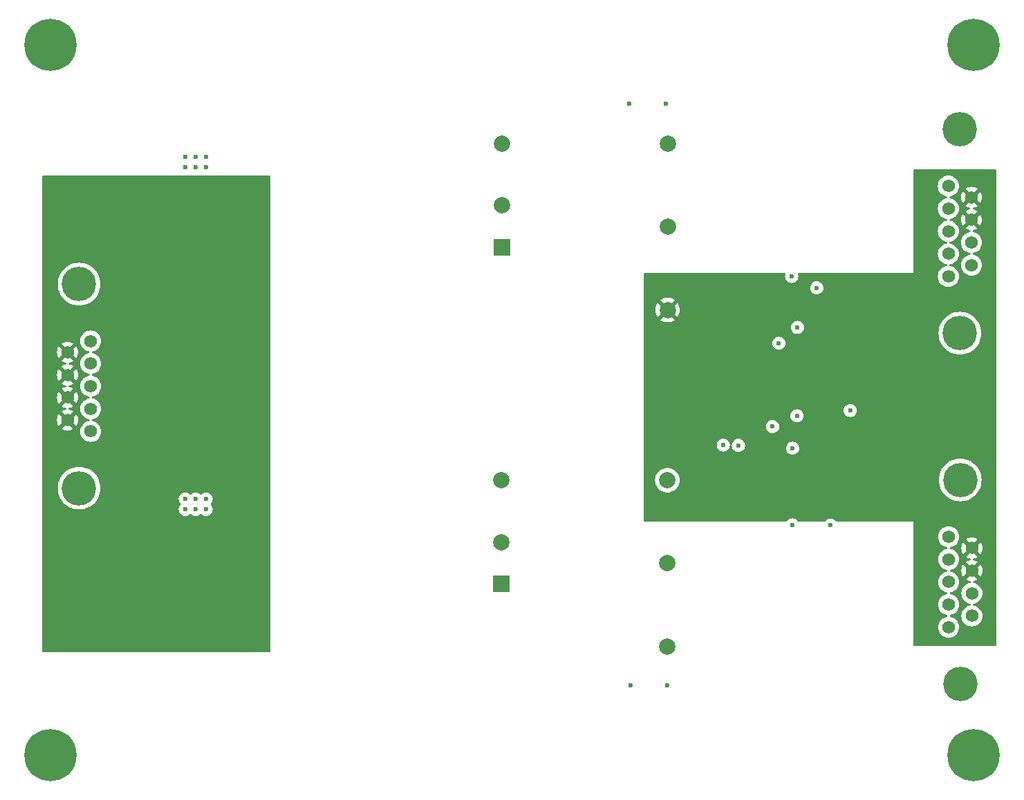
<source format=gbr>
%TF.GenerationSoftware,KiCad,Pcbnew,8.0.6*%
%TF.CreationDate,2025-05-16T11:43:59-04:00*%
%TF.ProjectId,PM5V_Telemetry_Cold_TPC,504d3556-5f54-4656-9c65-6d657472795f,rev?*%
%TF.SameCoordinates,Original*%
%TF.FileFunction,Copper,L3,Inr*%
%TF.FilePolarity,Positive*%
%FSLAX46Y46*%
G04 Gerber Fmt 4.6, Leading zero omitted, Abs format (unit mm)*
G04 Created by KiCad (PCBNEW 8.0.6) date 2025-05-16 11:43:59*
%MOMM*%
%LPD*%
G01*
G04 APERTURE LIST*
%TA.AperFunction,ComponentPad*%
%ADD10C,6.400000*%
%TD*%
%TA.AperFunction,ComponentPad*%
%ADD11C,1.560000*%
%TD*%
%TA.AperFunction,ComponentPad*%
%ADD12C,4.216000*%
%TD*%
%TA.AperFunction,ComponentPad*%
%ADD13R,2.000000X2.000000*%
%TD*%
%TA.AperFunction,ComponentPad*%
%ADD14C,2.000000*%
%TD*%
%TA.AperFunction,ViaPad*%
%ADD15C,0.600000*%
%TD*%
G04 APERTURE END LIST*
D10*
%TO.N,GNDPWR*%
%TO.C,H3*%
X208000000Y-33000000D03*
%TD*%
%TO.N,GNDPWR*%
%TO.C,H1*%
X95000000Y-33000000D03*
%TD*%
D11*
%TO.N,/V_SEC_RTN*%
%TO.C,J1*%
X99920000Y-69275000D03*
X99920000Y-72045000D03*
%TO.N,unconnected-(J1-Pad3)*%
X99920000Y-74815000D03*
%TO.N,/V_SEC_RTN*%
X99920000Y-77585000D03*
X99920000Y-80355000D03*
%TO.N,/V_SEC_IN*%
X97080000Y-70660000D03*
X97080000Y-73430000D03*
X97080000Y-76200000D03*
X97080000Y-78970000D03*
D12*
%TO.N,GNDPWR*%
X98500000Y-62315000D03*
X98500000Y-87315000D03*
%TD*%
D10*
%TO.N,GNDPWR*%
%TO.C,H2*%
X95000000Y-120000000D03*
%TD*%
D11*
%TO.N,/PM_5V_RTN*%
%TO.C,J2*%
X204940000Y-61360000D03*
X204940000Y-58590000D03*
%TO.N,unconnected-(J2-Pad3)*%
X204940000Y-55820000D03*
%TO.N,/PM_5V_RTN*%
X204940000Y-53050000D03*
X204940000Y-50280000D03*
%TO.N,/M5_OUT*%
X207780000Y-59975000D03*
X207780000Y-57205000D03*
%TO.N,/P5_OUT*%
X207780000Y-54435000D03*
X207780000Y-51665000D03*
D12*
%TO.N,GNDPWR*%
X206360000Y-68320000D03*
X206360000Y-43320000D03*
%TD*%
D10*
%TO.N,GNDPWR*%
%TO.C,H4*%
X208000000Y-120000000D03*
%TD*%
D13*
%TO.N,/Main_Converter1/V_POS*%
%TO.C,U2*%
X150235600Y-99020000D03*
D14*
%TO.N,/Main_Converter1/V_RTN*%
X150235600Y-93920000D03*
%TO.N,/PM_5V_RTN*%
X170535600Y-106720000D03*
%TO.N,/Main_Converter1/trim*%
X170535600Y-96520000D03*
%TO.N,/M5_OUT*%
X170535600Y-86320000D03*
%TO.N,unconnected-(U2-REMOTE-Pad6)*%
X150235600Y-86320000D03*
%TD*%
D13*
%TO.N,/Main_Converter/V_POS*%
%TO.C,U1*%
X150268100Y-57775000D03*
D14*
%TO.N,/Main_Converter/V_RTN*%
X150268100Y-52675000D03*
%TO.N,/P5_OUT*%
X170568100Y-65475000D03*
%TO.N,/Main_Converter/trim*%
X170568100Y-55275000D03*
%TO.N,/PM_5V_RTN*%
X170568100Y-45075000D03*
%TO.N,unconnected-(U1-REMOTE-Pad6)*%
X150268100Y-45075000D03*
%TD*%
D11*
%TO.N,/PM_5V_RTN*%
%TO.C,J3*%
X204980000Y-104350000D03*
X204980000Y-101580000D03*
%TO.N,unconnected-(J3-Pad3)*%
X204980000Y-98810000D03*
%TO.N,/PM_5V_RTN*%
X204980000Y-96040000D03*
X204980000Y-93270000D03*
%TO.N,/M5_OUT*%
X207820000Y-102965000D03*
X207820000Y-100195000D03*
%TO.N,/P5_OUT*%
X207820000Y-97425000D03*
X207820000Y-94655000D03*
D12*
%TO.N,GNDPWR*%
X206400000Y-111310000D03*
X206400000Y-86310000D03*
%TD*%
D15*
%TO.N,/V_SEC_RTN*%
X111506000Y-88646000D03*
X112776000Y-48006000D03*
X111506000Y-46736000D03*
X111506000Y-89916000D03*
X112776000Y-89916000D03*
X114046000Y-46736000D03*
X114046000Y-48006000D03*
X112776000Y-46736000D03*
X114046000Y-88646000D03*
X114046000Y-89916000D03*
X112776000Y-88646000D03*
X111506000Y-48006000D03*
%TO.N,/P5_OUT*%
X194564000Y-74422000D03*
X181474300Y-71950000D03*
%TO.N,/PM_5V_RTN*%
X179238100Y-82080000D03*
X185868900Y-82427600D03*
X186468100Y-67620000D03*
X192928100Y-77790000D03*
X184188100Y-69560000D03*
X170318100Y-40230000D03*
X170483000Y-111506000D03*
X183418100Y-79770000D03*
%TO.N,GNDPWR*%
X165868100Y-40220000D03*
X166035500Y-111481000D03*
%TO.N,/M5_OUT*%
X186401900Y-78450000D03*
X177378100Y-82030000D03*
%TO.N,Net-(D1-Pad2)*%
X185758100Y-61370000D03*
%TO.N,Net-(D1-Pad1)*%
X188828100Y-62770000D03*
%TO.N,Net-(D2-Pad1)*%
X185818100Y-91830000D03*
%TO.N,Net-(D2-Pad2)*%
X190508100Y-91840000D03*
%TO.N,/V_SEC_IN*%
X110870000Y-76520000D03*
X104660000Y-100910000D03*
X103390000Y-100910000D03*
X103390000Y-99640000D03*
X110870000Y-77790000D03*
X102120000Y-99640000D03*
X113410000Y-77790000D03*
X104660000Y-99640000D03*
X112140000Y-77790000D03*
X113410000Y-76520000D03*
X102120000Y-100910000D03*
X112140000Y-76520000D03*
%TD*%
%TA.AperFunction,Conductor*%
%TO.N,/P5_OUT*%
G36*
X210763039Y-48279685D02*
G01*
X210808794Y-48332489D01*
X210820000Y-48384000D01*
X210820000Y-106556000D01*
X210800315Y-106623039D01*
X210747511Y-106668794D01*
X210696000Y-106680000D01*
X200784000Y-106680000D01*
X200716961Y-106660315D01*
X200671206Y-106607511D01*
X200660000Y-106556000D01*
X200660000Y-93269998D01*
X203694609Y-93269998D01*
X203694609Y-93270001D01*
X203714136Y-93493200D01*
X203714137Y-93493208D01*
X203772126Y-93709625D01*
X203772127Y-93709627D01*
X203772128Y-93709630D01*
X203866819Y-93912696D01*
X203866821Y-93912700D01*
X203995329Y-94096228D01*
X203995334Y-94096234D01*
X204153765Y-94254665D01*
X204153771Y-94254670D01*
X204337299Y-94383178D01*
X204337301Y-94383179D01*
X204337304Y-94383181D01*
X204540370Y-94477872D01*
X204754414Y-94535225D01*
X204814074Y-94571590D01*
X204844603Y-94634437D01*
X204836308Y-94703813D01*
X204791823Y-94757691D01*
X204754415Y-94774774D01*
X204705230Y-94787953D01*
X204540374Y-94832126D01*
X204540368Y-94832129D01*
X204337306Y-94926818D01*
X204337304Y-94926819D01*
X204153764Y-95055334D01*
X203995334Y-95213764D01*
X203866819Y-95397304D01*
X203866818Y-95397306D01*
X203772129Y-95600368D01*
X203772126Y-95600374D01*
X203714137Y-95816791D01*
X203714136Y-95816799D01*
X203694609Y-96039998D01*
X203694609Y-96040001D01*
X203714136Y-96263200D01*
X203714137Y-96263208D01*
X203772126Y-96479625D01*
X203772127Y-96479627D01*
X203772128Y-96479630D01*
X203790953Y-96520000D01*
X203866819Y-96682696D01*
X203866821Y-96682700D01*
X203995329Y-96866228D01*
X203995334Y-96866234D01*
X204153765Y-97024665D01*
X204153771Y-97024670D01*
X204337299Y-97153178D01*
X204337301Y-97153179D01*
X204337304Y-97153181D01*
X204540370Y-97247872D01*
X204754414Y-97305225D01*
X204814074Y-97341590D01*
X204844603Y-97404437D01*
X204836308Y-97473813D01*
X204791823Y-97527691D01*
X204754415Y-97544774D01*
X204705230Y-97557953D01*
X204540374Y-97602126D01*
X204540368Y-97602129D01*
X204337306Y-97696818D01*
X204337304Y-97696819D01*
X204153764Y-97825334D01*
X203995334Y-97983764D01*
X203866819Y-98167304D01*
X203866818Y-98167306D01*
X203772129Y-98370368D01*
X203772126Y-98370374D01*
X203714137Y-98586791D01*
X203714136Y-98586799D01*
X203694609Y-98809998D01*
X203694609Y-98810001D01*
X203714136Y-99033200D01*
X203714137Y-99033208D01*
X203772126Y-99249625D01*
X203772127Y-99249627D01*
X203772128Y-99249630D01*
X203827683Y-99368768D01*
X203866819Y-99452696D01*
X203866821Y-99452700D01*
X203995329Y-99636228D01*
X203995334Y-99636234D01*
X204153765Y-99794665D01*
X204153771Y-99794670D01*
X204337299Y-99923178D01*
X204337301Y-99923179D01*
X204337304Y-99923181D01*
X204540370Y-100017872D01*
X204754414Y-100075225D01*
X204814074Y-100111590D01*
X204844603Y-100174437D01*
X204836308Y-100243813D01*
X204791823Y-100297691D01*
X204754415Y-100314774D01*
X204705230Y-100327953D01*
X204540374Y-100372126D01*
X204540368Y-100372129D01*
X204337306Y-100466818D01*
X204337304Y-100466819D01*
X204153764Y-100595334D01*
X203995334Y-100753764D01*
X203866819Y-100937304D01*
X203866818Y-100937306D01*
X203772129Y-101140368D01*
X203772126Y-101140374D01*
X203714137Y-101356791D01*
X203714136Y-101356799D01*
X203694609Y-101579998D01*
X203694609Y-101580001D01*
X203714136Y-101803200D01*
X203714137Y-101803208D01*
X203772126Y-102019625D01*
X203772127Y-102019627D01*
X203772128Y-102019630D01*
X203827683Y-102138768D01*
X203866819Y-102222696D01*
X203866821Y-102222700D01*
X203995329Y-102406228D01*
X203995334Y-102406234D01*
X204153765Y-102564665D01*
X204153771Y-102564670D01*
X204337299Y-102693178D01*
X204337301Y-102693179D01*
X204337304Y-102693181D01*
X204540370Y-102787872D01*
X204754414Y-102845225D01*
X204814074Y-102881590D01*
X204844603Y-102944437D01*
X204836308Y-103013813D01*
X204791823Y-103067691D01*
X204754415Y-103084774D01*
X204705230Y-103097953D01*
X204540374Y-103142126D01*
X204540368Y-103142129D01*
X204337306Y-103236818D01*
X204337304Y-103236819D01*
X204153764Y-103365334D01*
X203995334Y-103523764D01*
X203866819Y-103707304D01*
X203866818Y-103707306D01*
X203772129Y-103910368D01*
X203772126Y-103910374D01*
X203714137Y-104126791D01*
X203714136Y-104126799D01*
X203694609Y-104349998D01*
X203694609Y-104350001D01*
X203714136Y-104573200D01*
X203714137Y-104573208D01*
X203772126Y-104789625D01*
X203772127Y-104789627D01*
X203772128Y-104789630D01*
X203866819Y-104992696D01*
X203866821Y-104992700D01*
X203995329Y-105176228D01*
X203995334Y-105176234D01*
X204153765Y-105334665D01*
X204153771Y-105334670D01*
X204337299Y-105463178D01*
X204337301Y-105463179D01*
X204337304Y-105463181D01*
X204540370Y-105557872D01*
X204756794Y-105615863D01*
X204916226Y-105629811D01*
X204979998Y-105635391D01*
X204980000Y-105635391D01*
X204980002Y-105635391D01*
X205035801Y-105630509D01*
X205203206Y-105615863D01*
X205419630Y-105557872D01*
X205622696Y-105463181D01*
X205806233Y-105334667D01*
X205964667Y-105176233D01*
X206093181Y-104992696D01*
X206187872Y-104789630D01*
X206245863Y-104573206D01*
X206265391Y-104350000D01*
X206245863Y-104126794D01*
X206187872Y-103910370D01*
X206093181Y-103707305D01*
X205964667Y-103523767D01*
X205806233Y-103365333D01*
X205806229Y-103365330D01*
X205806228Y-103365329D01*
X205622700Y-103236821D01*
X205622696Y-103236819D01*
X205518449Y-103188208D01*
X205419630Y-103142128D01*
X205419626Y-103142127D01*
X205419622Y-103142125D01*
X205257884Y-103098788D01*
X205205585Y-103084774D01*
X205145925Y-103048410D01*
X205115396Y-102985563D01*
X205123691Y-102916188D01*
X205168176Y-102862310D01*
X205205584Y-102845225D01*
X205419630Y-102787872D01*
X205622696Y-102693181D01*
X205806233Y-102564667D01*
X205964667Y-102406233D01*
X206093181Y-102222696D01*
X206187872Y-102019630D01*
X206245863Y-101803206D01*
X206265391Y-101580000D01*
X206245863Y-101356794D01*
X206187872Y-101140370D01*
X206093181Y-100937305D01*
X205964667Y-100753767D01*
X205806233Y-100595333D01*
X205806229Y-100595330D01*
X205806228Y-100595329D01*
X205622700Y-100466821D01*
X205622696Y-100466819D01*
X205518449Y-100418208D01*
X205419630Y-100372128D01*
X205419626Y-100372127D01*
X205419622Y-100372125D01*
X205257884Y-100328788D01*
X205205585Y-100314774D01*
X205145925Y-100278410D01*
X205115396Y-100215563D01*
X205117855Y-100194998D01*
X206534609Y-100194998D01*
X206534609Y-100195001D01*
X206554136Y-100418200D01*
X206554137Y-100418208D01*
X206612126Y-100634625D01*
X206612127Y-100634627D01*
X206612128Y-100634630D01*
X206667683Y-100753768D01*
X206706819Y-100837696D01*
X206706821Y-100837700D01*
X206835329Y-101021228D01*
X206835334Y-101021234D01*
X206993765Y-101179665D01*
X206993771Y-101179670D01*
X207177299Y-101308178D01*
X207177301Y-101308179D01*
X207177304Y-101308181D01*
X207380370Y-101402872D01*
X207594414Y-101460225D01*
X207654074Y-101496590D01*
X207684603Y-101559437D01*
X207676308Y-101628813D01*
X207631823Y-101682691D01*
X207594415Y-101699774D01*
X207545230Y-101712953D01*
X207380374Y-101757126D01*
X207380368Y-101757129D01*
X207177306Y-101851818D01*
X207177304Y-101851819D01*
X206993764Y-101980334D01*
X206835334Y-102138764D01*
X206706819Y-102322304D01*
X206706818Y-102322306D01*
X206612129Y-102525368D01*
X206612126Y-102525374D01*
X206554137Y-102741791D01*
X206554136Y-102741799D01*
X206534609Y-102964998D01*
X206534609Y-102965001D01*
X206554136Y-103188200D01*
X206554137Y-103188208D01*
X206612126Y-103404625D01*
X206612127Y-103404627D01*
X206612128Y-103404630D01*
X206667683Y-103523768D01*
X206706819Y-103607696D01*
X206706821Y-103607700D01*
X206835329Y-103791228D01*
X206835334Y-103791234D01*
X206993765Y-103949665D01*
X206993771Y-103949670D01*
X207177299Y-104078178D01*
X207177301Y-104078179D01*
X207177304Y-104078181D01*
X207380370Y-104172872D01*
X207596794Y-104230863D01*
X207756226Y-104244811D01*
X207819998Y-104250391D01*
X207820000Y-104250391D01*
X207820002Y-104250391D01*
X207875801Y-104245509D01*
X208043206Y-104230863D01*
X208259630Y-104172872D01*
X208462696Y-104078181D01*
X208646233Y-103949667D01*
X208804667Y-103791233D01*
X208933181Y-103607696D01*
X209027872Y-103404630D01*
X209085863Y-103188206D01*
X209105391Y-102965000D01*
X209085863Y-102741794D01*
X209027872Y-102525370D01*
X208933181Y-102322305D01*
X208804667Y-102138767D01*
X208646233Y-101980333D01*
X208646229Y-101980330D01*
X208646228Y-101980329D01*
X208462700Y-101851821D01*
X208462696Y-101851819D01*
X208358449Y-101803208D01*
X208259630Y-101757128D01*
X208259626Y-101757127D01*
X208259622Y-101757125D01*
X208097884Y-101713788D01*
X208045585Y-101699774D01*
X207985925Y-101663410D01*
X207955396Y-101600563D01*
X207963691Y-101531188D01*
X208008176Y-101477310D01*
X208045584Y-101460225D01*
X208259630Y-101402872D01*
X208462696Y-101308181D01*
X208646233Y-101179667D01*
X208804667Y-101021233D01*
X208933181Y-100837696D01*
X209027872Y-100634630D01*
X209085863Y-100418206D01*
X209105391Y-100195000D01*
X209085863Y-99971794D01*
X209027872Y-99755370D01*
X208933181Y-99552305D01*
X208804667Y-99368767D01*
X208646233Y-99210333D01*
X208646229Y-99210330D01*
X208646228Y-99210329D01*
X208462700Y-99081821D01*
X208462696Y-99081819D01*
X208358449Y-99033208D01*
X208259630Y-98987128D01*
X208259627Y-98987127D01*
X208259625Y-98987126D01*
X208044620Y-98929516D01*
X207984960Y-98893151D01*
X207954431Y-98830304D01*
X207962726Y-98760928D01*
X208007211Y-98707050D01*
X208044621Y-98689966D01*
X208259450Y-98632403D01*
X208259459Y-98632399D01*
X208462445Y-98537746D01*
X208462451Y-98537742D01*
X208531112Y-98489665D01*
X207965739Y-97924292D01*
X208020712Y-97909563D01*
X208139287Y-97841104D01*
X208236104Y-97744287D01*
X208304563Y-97625712D01*
X208319292Y-97570739D01*
X208884665Y-98136112D01*
X208932742Y-98067451D01*
X208932746Y-98067445D01*
X209027399Y-97864459D01*
X209027403Y-97864450D01*
X209085367Y-97648124D01*
X209085369Y-97648113D01*
X209104889Y-97425002D01*
X209104889Y-97424997D01*
X209085369Y-97201886D01*
X209085367Y-97201875D01*
X209027403Y-96985549D01*
X209027399Y-96985540D01*
X208932747Y-96782557D01*
X208932746Y-96782555D01*
X208884664Y-96713887D01*
X208884664Y-96713886D01*
X208319292Y-97279259D01*
X208304563Y-97224288D01*
X208236104Y-97105713D01*
X208139287Y-97008896D01*
X208020712Y-96940437D01*
X207965740Y-96925707D01*
X208531112Y-96360334D01*
X208531112Y-96360333D01*
X208462445Y-96312253D01*
X208462443Y-96312252D01*
X208259459Y-96217600D01*
X208259450Y-96217596D01*
X208043656Y-96159775D01*
X207983995Y-96123410D01*
X207953466Y-96060563D01*
X207961761Y-95991188D01*
X208006246Y-95937310D01*
X208043656Y-95920225D01*
X208259450Y-95862403D01*
X208259459Y-95862399D01*
X208462445Y-95767746D01*
X208462451Y-95767742D01*
X208531112Y-95719665D01*
X207965739Y-95154292D01*
X208020712Y-95139563D01*
X208139287Y-95071104D01*
X208236104Y-94974287D01*
X208304563Y-94855712D01*
X208319292Y-94800739D01*
X208884665Y-95366112D01*
X208932742Y-95297451D01*
X208932746Y-95297445D01*
X209027399Y-95094459D01*
X209027403Y-95094450D01*
X209085367Y-94878124D01*
X209085369Y-94878113D01*
X209104889Y-94655002D01*
X209104889Y-94654997D01*
X209085369Y-94431886D01*
X209085367Y-94431875D01*
X209027403Y-94215549D01*
X209027399Y-94215540D01*
X208932747Y-94012557D01*
X208932746Y-94012555D01*
X208884664Y-93943887D01*
X208884664Y-93943886D01*
X208319292Y-94509259D01*
X208304563Y-94454288D01*
X208236104Y-94335713D01*
X208139287Y-94238896D01*
X208020712Y-94170437D01*
X207965740Y-94155707D01*
X208531112Y-93590334D01*
X208531112Y-93590333D01*
X208462445Y-93542253D01*
X208462443Y-93542252D01*
X208259459Y-93447600D01*
X208259450Y-93447596D01*
X208043124Y-93389632D01*
X208043113Y-93389630D01*
X207820002Y-93370111D01*
X207819998Y-93370111D01*
X207596886Y-93389630D01*
X207596875Y-93389632D01*
X207380549Y-93447596D01*
X207380540Y-93447600D01*
X207177556Y-93542253D01*
X207108887Y-93590334D01*
X207674260Y-94155707D01*
X207619288Y-94170437D01*
X207500713Y-94238896D01*
X207403896Y-94335713D01*
X207335437Y-94454288D01*
X207320707Y-94509260D01*
X206755334Y-93943887D01*
X206707253Y-94012556D01*
X206612600Y-94215540D01*
X206612596Y-94215549D01*
X206554632Y-94431875D01*
X206554630Y-94431886D01*
X206535111Y-94654997D01*
X206535111Y-94655002D01*
X206554630Y-94878113D01*
X206554632Y-94878124D01*
X206612596Y-95094450D01*
X206612600Y-95094459D01*
X206707252Y-95297443D01*
X206707253Y-95297445D01*
X206755334Y-95366112D01*
X207320707Y-94800739D01*
X207335437Y-94855712D01*
X207403896Y-94974287D01*
X207500713Y-95071104D01*
X207619288Y-95139563D01*
X207674259Y-95154292D01*
X207108886Y-95719664D01*
X207177555Y-95767746D01*
X207380540Y-95862399D01*
X207380546Y-95862402D01*
X207596344Y-95920225D01*
X207656004Y-95956590D01*
X207686533Y-96019437D01*
X207678238Y-96088813D01*
X207633753Y-96142690D01*
X207596344Y-96159775D01*
X207380546Y-96217597D01*
X207380540Y-96217600D01*
X207177556Y-96312253D01*
X207108887Y-96360334D01*
X207674260Y-96925707D01*
X207619288Y-96940437D01*
X207500713Y-97008896D01*
X207403896Y-97105713D01*
X207335437Y-97224288D01*
X207320707Y-97279260D01*
X206755334Y-96713887D01*
X206707253Y-96782556D01*
X206612600Y-96985540D01*
X206612596Y-96985549D01*
X206554632Y-97201875D01*
X206554630Y-97201886D01*
X206535111Y-97424997D01*
X206535111Y-97425002D01*
X206554630Y-97648113D01*
X206554632Y-97648124D01*
X206612596Y-97864450D01*
X206612600Y-97864459D01*
X206707252Y-98067443D01*
X206707253Y-98067445D01*
X206755334Y-98136112D01*
X207320707Y-97570739D01*
X207335437Y-97625712D01*
X207403896Y-97744287D01*
X207500713Y-97841104D01*
X207619288Y-97909563D01*
X207674259Y-97924292D01*
X207108886Y-98489664D01*
X207177555Y-98537746D01*
X207380540Y-98632399D01*
X207380549Y-98632403D01*
X207595378Y-98689966D01*
X207655039Y-98726331D01*
X207685568Y-98789178D01*
X207677273Y-98858553D01*
X207632788Y-98912431D01*
X207595379Y-98929516D01*
X207380375Y-98987126D01*
X207380368Y-98987129D01*
X207177306Y-99081818D01*
X207177304Y-99081819D01*
X206993764Y-99210334D01*
X206835334Y-99368764D01*
X206706819Y-99552304D01*
X206706818Y-99552306D01*
X206612129Y-99755368D01*
X206612126Y-99755374D01*
X206554137Y-99971791D01*
X206554136Y-99971799D01*
X206534609Y-100194998D01*
X205117855Y-100194998D01*
X205123691Y-100146188D01*
X205168176Y-100092310D01*
X205205584Y-100075225D01*
X205419630Y-100017872D01*
X205622696Y-99923181D01*
X205806233Y-99794667D01*
X205964667Y-99636233D01*
X206093181Y-99452696D01*
X206187872Y-99249630D01*
X206245863Y-99033206D01*
X206265391Y-98810000D01*
X206245863Y-98586794D01*
X206187872Y-98370370D01*
X206093181Y-98167305D01*
X205964667Y-97983767D01*
X205806233Y-97825333D01*
X205806229Y-97825330D01*
X205806228Y-97825329D01*
X205622700Y-97696821D01*
X205622696Y-97696819D01*
X205622694Y-97696818D01*
X205419630Y-97602128D01*
X205419626Y-97602127D01*
X205419622Y-97602125D01*
X205257884Y-97558788D01*
X205205585Y-97544774D01*
X205145925Y-97508410D01*
X205115396Y-97445563D01*
X205123691Y-97376188D01*
X205168176Y-97322310D01*
X205205584Y-97305225D01*
X205419630Y-97247872D01*
X205622696Y-97153181D01*
X205806233Y-97024667D01*
X205964667Y-96866233D01*
X206093181Y-96682696D01*
X206187872Y-96479630D01*
X206245863Y-96263206D01*
X206265391Y-96040000D01*
X206245863Y-95816794D01*
X206187872Y-95600370D01*
X206093181Y-95397305D01*
X205964667Y-95213767D01*
X205806233Y-95055333D01*
X205806229Y-95055330D01*
X205806228Y-95055329D01*
X205622700Y-94926821D01*
X205622696Y-94926819D01*
X205622694Y-94926818D01*
X205419630Y-94832128D01*
X205419626Y-94832127D01*
X205419622Y-94832125D01*
X205257884Y-94788788D01*
X205205585Y-94774774D01*
X205145925Y-94738410D01*
X205115396Y-94675563D01*
X205123691Y-94606188D01*
X205168176Y-94552310D01*
X205205584Y-94535225D01*
X205419630Y-94477872D01*
X205622696Y-94383181D01*
X205806233Y-94254667D01*
X205964667Y-94096233D01*
X206093181Y-93912696D01*
X206187872Y-93709630D01*
X206245863Y-93493206D01*
X206265391Y-93270000D01*
X206245863Y-93046794D01*
X206187872Y-92830370D01*
X206093181Y-92627305D01*
X205964667Y-92443767D01*
X205806233Y-92285333D01*
X205806229Y-92285330D01*
X205806228Y-92285329D01*
X205622700Y-92156821D01*
X205622696Y-92156819D01*
X205622694Y-92156818D01*
X205419630Y-92062128D01*
X205419627Y-92062127D01*
X205419625Y-92062126D01*
X205203208Y-92004137D01*
X205203200Y-92004136D01*
X204980002Y-91984609D01*
X204979998Y-91984609D01*
X204756799Y-92004136D01*
X204756791Y-92004137D01*
X204540374Y-92062126D01*
X204540368Y-92062129D01*
X204337306Y-92156818D01*
X204337304Y-92156819D01*
X204153764Y-92285334D01*
X203995334Y-92443764D01*
X203866819Y-92627304D01*
X203866818Y-92627306D01*
X203772129Y-92830368D01*
X203772126Y-92830374D01*
X203714137Y-93046791D01*
X203714136Y-93046799D01*
X203694609Y-93269998D01*
X200660000Y-93269998D01*
X200660000Y-91440000D01*
X191270704Y-91440000D01*
X191203665Y-91420315D01*
X191165710Y-91381971D01*
X191137919Y-91337742D01*
X191137917Y-91337739D01*
X191010362Y-91210184D01*
X190857623Y-91114211D01*
X190687354Y-91054631D01*
X190687349Y-91054630D01*
X190508104Y-91034435D01*
X190508096Y-91034435D01*
X190328850Y-91054630D01*
X190328845Y-91054631D01*
X190158576Y-91114211D01*
X190005837Y-91210184D01*
X189878282Y-91337739D01*
X189878280Y-91337742D01*
X189850490Y-91381971D01*
X189798156Y-91428263D01*
X189745496Y-91440000D01*
X186586987Y-91440000D01*
X186519948Y-91420315D01*
X186481994Y-91381973D01*
X186447916Y-91327738D01*
X186320362Y-91200184D01*
X186167623Y-91104211D01*
X185997354Y-91044631D01*
X185997349Y-91044630D01*
X185818104Y-91024435D01*
X185818096Y-91024435D01*
X185638850Y-91044630D01*
X185638845Y-91044631D01*
X185468576Y-91104211D01*
X185315837Y-91200184D01*
X185188284Y-91327737D01*
X185182000Y-91337739D01*
X185154205Y-91381973D01*
X185101873Y-91428263D01*
X185049213Y-91440000D01*
X167764000Y-91440000D01*
X167696961Y-91420315D01*
X167651206Y-91367511D01*
X167640000Y-91316000D01*
X167640000Y-86319994D01*
X169029957Y-86319994D01*
X169029957Y-86320005D01*
X169050490Y-86567812D01*
X169050492Y-86567824D01*
X169111536Y-86808881D01*
X169211426Y-87036606D01*
X169347433Y-87244782D01*
X169347436Y-87244785D01*
X169515856Y-87427738D01*
X169712091Y-87580474D01*
X169930790Y-87698828D01*
X170165986Y-87779571D01*
X170411265Y-87820500D01*
X170659935Y-87820500D01*
X170905214Y-87779571D01*
X171140410Y-87698828D01*
X171359109Y-87580474D01*
X171555344Y-87427738D01*
X171723764Y-87244785D01*
X171859773Y-87036607D01*
X171959663Y-86808881D01*
X172020708Y-86567821D01*
X172041243Y-86320000D01*
X172040414Y-86310000D01*
X203786732Y-86310000D01*
X203805785Y-86624989D01*
X203805785Y-86624994D01*
X203805786Y-86624995D01*
X203862669Y-86935396D01*
X203862670Y-86935400D01*
X203862671Y-86935404D01*
X203956545Y-87236659D01*
X203956549Y-87236670D01*
X203956550Y-87236673D01*
X203956552Y-87236678D01*
X203960201Y-87244785D01*
X204086066Y-87524446D01*
X204249326Y-87794510D01*
X204443943Y-88042920D01*
X204667079Y-88266056D01*
X204915489Y-88460673D01*
X204915492Y-88460675D01*
X204915495Y-88460677D01*
X205185554Y-88623934D01*
X205473322Y-88753448D01*
X205473332Y-88753451D01*
X205473340Y-88753454D01*
X205674176Y-88816036D01*
X205774604Y-88847331D01*
X206085005Y-88904214D01*
X206400000Y-88923268D01*
X206714995Y-88904214D01*
X207025396Y-88847331D01*
X207326678Y-88753448D01*
X207614446Y-88623934D01*
X207884505Y-88460677D01*
X208132917Y-88266059D01*
X208356059Y-88042917D01*
X208550677Y-87794505D01*
X208713934Y-87524446D01*
X208843448Y-87236678D01*
X208937331Y-86935396D01*
X208994214Y-86624995D01*
X209013268Y-86310000D01*
X208994214Y-85995005D01*
X208937331Y-85684604D01*
X208843448Y-85383322D01*
X208713934Y-85095554D01*
X208550677Y-84825495D01*
X208550675Y-84825492D01*
X208550673Y-84825489D01*
X208356056Y-84577079D01*
X208132920Y-84353943D01*
X207884510Y-84159326D01*
X207614446Y-83996066D01*
X207326678Y-83866552D01*
X207326673Y-83866550D01*
X207326670Y-83866549D01*
X207326659Y-83866545D01*
X207025404Y-83772671D01*
X207025400Y-83772670D01*
X207025396Y-83772669D01*
X206714995Y-83715786D01*
X206714994Y-83715785D01*
X206714989Y-83715785D01*
X206400000Y-83696732D01*
X206085010Y-83715785D01*
X206085005Y-83715786D01*
X205774604Y-83772669D01*
X205774601Y-83772669D01*
X205774595Y-83772671D01*
X205473340Y-83866545D01*
X205473329Y-83866549D01*
X205185553Y-83996066D01*
X204915489Y-84159326D01*
X204667079Y-84353943D01*
X204443943Y-84577079D01*
X204249326Y-84825489D01*
X204086066Y-85095553D01*
X203956549Y-85383329D01*
X203956545Y-85383340D01*
X203862671Y-85684595D01*
X203862669Y-85684601D01*
X203862669Y-85684604D01*
X203835819Y-85831119D01*
X203805785Y-85995010D01*
X203786732Y-86310000D01*
X172040414Y-86310000D01*
X172020709Y-86072187D01*
X172020707Y-86072175D01*
X171959663Y-85831118D01*
X171859773Y-85603393D01*
X171723766Y-85395217D01*
X171702157Y-85371744D01*
X171555344Y-85212262D01*
X171359109Y-85059526D01*
X171359107Y-85059525D01*
X171359106Y-85059524D01*
X171140411Y-84941172D01*
X171140402Y-84941169D01*
X170905216Y-84860429D01*
X170659935Y-84819500D01*
X170411265Y-84819500D01*
X170165983Y-84860429D01*
X169930797Y-84941169D01*
X169930788Y-84941172D01*
X169712093Y-85059524D01*
X169515857Y-85212261D01*
X169347433Y-85395217D01*
X169211426Y-85603393D01*
X169111536Y-85831118D01*
X169050492Y-86072175D01*
X169050490Y-86072187D01*
X169029957Y-86319994D01*
X167640000Y-86319994D01*
X167640000Y-82029996D01*
X176572535Y-82029996D01*
X176572535Y-82030003D01*
X176592730Y-82209249D01*
X176592731Y-82209254D01*
X176652311Y-82379523D01*
X176748284Y-82532262D01*
X176875838Y-82659816D01*
X177028578Y-82755789D01*
X177171467Y-82805788D01*
X177198845Y-82815368D01*
X177198850Y-82815369D01*
X177378096Y-82835565D01*
X177378100Y-82835565D01*
X177378104Y-82835565D01*
X177557349Y-82815369D01*
X177557352Y-82815368D01*
X177557355Y-82815368D01*
X177727622Y-82755789D01*
X177880362Y-82659816D01*
X178007916Y-82532262D01*
X178103889Y-82379522D01*
X178163468Y-82209255D01*
X178178031Y-82080003D01*
X178178032Y-82079996D01*
X178432535Y-82079996D01*
X178432535Y-82080003D01*
X178452730Y-82259249D01*
X178452731Y-82259254D01*
X178512311Y-82429523D01*
X178576867Y-82532262D01*
X178608284Y-82582262D01*
X178735838Y-82709816D01*
X178888578Y-82805789D01*
X178973673Y-82835565D01*
X179058845Y-82865368D01*
X179058850Y-82865369D01*
X179238096Y-82885565D01*
X179238100Y-82885565D01*
X179238104Y-82885565D01*
X179417349Y-82865369D01*
X179417352Y-82865368D01*
X179417355Y-82865368D01*
X179587622Y-82805789D01*
X179740362Y-82709816D01*
X179867916Y-82582262D01*
X179963889Y-82429522D01*
X179964563Y-82427596D01*
X185063335Y-82427596D01*
X185063335Y-82427603D01*
X185083530Y-82606849D01*
X185083531Y-82606854D01*
X185143111Y-82777123D01*
X185198560Y-82865369D01*
X185239084Y-82929862D01*
X185366638Y-83057416D01*
X185519378Y-83153389D01*
X185689645Y-83212968D01*
X185689650Y-83212969D01*
X185868896Y-83233165D01*
X185868900Y-83233165D01*
X185868904Y-83233165D01*
X186048149Y-83212969D01*
X186048152Y-83212968D01*
X186048155Y-83212968D01*
X186218422Y-83153389D01*
X186371162Y-83057416D01*
X186498716Y-82929862D01*
X186594689Y-82777122D01*
X186654268Y-82606855D01*
X186662673Y-82532262D01*
X186674465Y-82427603D01*
X186674465Y-82427596D01*
X186654269Y-82248350D01*
X186654268Y-82248345D01*
X186640588Y-82209249D01*
X186594689Y-82078078D01*
X186564481Y-82030003D01*
X186498715Y-81925337D01*
X186371162Y-81797784D01*
X186218423Y-81701811D01*
X186048154Y-81642231D01*
X186048149Y-81642230D01*
X185868904Y-81622035D01*
X185868896Y-81622035D01*
X185689650Y-81642230D01*
X185689645Y-81642231D01*
X185519376Y-81701811D01*
X185366637Y-81797784D01*
X185239084Y-81925337D01*
X185143111Y-82078076D01*
X185083531Y-82248345D01*
X185083530Y-82248350D01*
X185063335Y-82427596D01*
X179964563Y-82427596D01*
X180023468Y-82259255D01*
X180024697Y-82248350D01*
X180043665Y-82080003D01*
X180043665Y-82079996D01*
X180023469Y-81900750D01*
X180023468Y-81900745D01*
X179963888Y-81730476D01*
X179908439Y-81642230D01*
X179867916Y-81577738D01*
X179740362Y-81450184D01*
X179660788Y-81400184D01*
X179587623Y-81354211D01*
X179417354Y-81294631D01*
X179417349Y-81294630D01*
X179238104Y-81274435D01*
X179238096Y-81274435D01*
X179058850Y-81294630D01*
X179058845Y-81294631D01*
X178888576Y-81354211D01*
X178735837Y-81450184D01*
X178608284Y-81577737D01*
X178512311Y-81730476D01*
X178452731Y-81900745D01*
X178452730Y-81900750D01*
X178432535Y-82079996D01*
X178178032Y-82079996D01*
X178183665Y-82030003D01*
X178183665Y-82029996D01*
X178163469Y-81850750D01*
X178163468Y-81850745D01*
X178121384Y-81730476D01*
X178103889Y-81680478D01*
X178079857Y-81642232D01*
X178007915Y-81527737D01*
X177880362Y-81400184D01*
X177727623Y-81304211D01*
X177557354Y-81244631D01*
X177557349Y-81244630D01*
X177378104Y-81224435D01*
X177378096Y-81224435D01*
X177198850Y-81244630D01*
X177198845Y-81244631D01*
X177028576Y-81304211D01*
X176875837Y-81400184D01*
X176748284Y-81527737D01*
X176652311Y-81680476D01*
X176592731Y-81850745D01*
X176592730Y-81850750D01*
X176572535Y-82029996D01*
X167640000Y-82029996D01*
X167640000Y-79769996D01*
X182612535Y-79769996D01*
X182612535Y-79770003D01*
X182632730Y-79949249D01*
X182632731Y-79949254D01*
X182692311Y-80119523D01*
X182788284Y-80272262D01*
X182915838Y-80399816D01*
X183068578Y-80495789D01*
X183238845Y-80555368D01*
X183238850Y-80555369D01*
X183418096Y-80575565D01*
X183418100Y-80575565D01*
X183418104Y-80575565D01*
X183597349Y-80555369D01*
X183597352Y-80555368D01*
X183597355Y-80555368D01*
X183767622Y-80495789D01*
X183920362Y-80399816D01*
X184047916Y-80272262D01*
X184143889Y-80119522D01*
X184203468Y-79949255D01*
X184223665Y-79770000D01*
X184203468Y-79590745D01*
X184143889Y-79420478D01*
X184047916Y-79267738D01*
X183920362Y-79140184D01*
X183767623Y-79044211D01*
X183597354Y-78984631D01*
X183597349Y-78984630D01*
X183418104Y-78964435D01*
X183418096Y-78964435D01*
X183238850Y-78984630D01*
X183238845Y-78984631D01*
X183068576Y-79044211D01*
X182915837Y-79140184D01*
X182788284Y-79267737D01*
X182692311Y-79420476D01*
X182632731Y-79590745D01*
X182632730Y-79590750D01*
X182612535Y-79769996D01*
X167640000Y-79769996D01*
X167640000Y-78449996D01*
X185596335Y-78449996D01*
X185596335Y-78450003D01*
X185616530Y-78629249D01*
X185616531Y-78629254D01*
X185676111Y-78799523D01*
X185772084Y-78952262D01*
X185899638Y-79079816D01*
X186052378Y-79175789D01*
X186222645Y-79235368D01*
X186222650Y-79235369D01*
X186401896Y-79255565D01*
X186401900Y-79255565D01*
X186401904Y-79255565D01*
X186581149Y-79235369D01*
X186581152Y-79235368D01*
X186581155Y-79235368D01*
X186751422Y-79175789D01*
X186904162Y-79079816D01*
X187031716Y-78952262D01*
X187127689Y-78799522D01*
X187187268Y-78629255D01*
X187191064Y-78595565D01*
X187207465Y-78450003D01*
X187207465Y-78449996D01*
X187187269Y-78270750D01*
X187187268Y-78270745D01*
X187127688Y-78100476D01*
X187031715Y-77947737D01*
X186904162Y-77820184D01*
X186856118Y-77789996D01*
X192122535Y-77789996D01*
X192122535Y-77790003D01*
X192142730Y-77969249D01*
X192142731Y-77969254D01*
X192202311Y-78139523D01*
X192284764Y-78270745D01*
X192298284Y-78292262D01*
X192425838Y-78419816D01*
X192578578Y-78515789D01*
X192748845Y-78575368D01*
X192748850Y-78575369D01*
X192928096Y-78595565D01*
X192928100Y-78595565D01*
X192928104Y-78595565D01*
X193107349Y-78575369D01*
X193107352Y-78575368D01*
X193107355Y-78575368D01*
X193277622Y-78515789D01*
X193430362Y-78419816D01*
X193557916Y-78292262D01*
X193653889Y-78139522D01*
X193713468Y-77969255D01*
X193713469Y-77969249D01*
X193733665Y-77790003D01*
X193733665Y-77789996D01*
X193713469Y-77610750D01*
X193713468Y-77610745D01*
X193653888Y-77440476D01*
X193557915Y-77287737D01*
X193430362Y-77160184D01*
X193277623Y-77064211D01*
X193107354Y-77004631D01*
X193107349Y-77004630D01*
X192928104Y-76984435D01*
X192928096Y-76984435D01*
X192748850Y-77004630D01*
X192748845Y-77004631D01*
X192578576Y-77064211D01*
X192425837Y-77160184D01*
X192298284Y-77287737D01*
X192202311Y-77440476D01*
X192142731Y-77610745D01*
X192142730Y-77610750D01*
X192122535Y-77789996D01*
X186856118Y-77789996D01*
X186751423Y-77724211D01*
X186581154Y-77664631D01*
X186581149Y-77664630D01*
X186401904Y-77644435D01*
X186401896Y-77644435D01*
X186222650Y-77664630D01*
X186222645Y-77664631D01*
X186052376Y-77724211D01*
X185899637Y-77820184D01*
X185772084Y-77947737D01*
X185676111Y-78100476D01*
X185616531Y-78270745D01*
X185616530Y-78270750D01*
X185596335Y-78449996D01*
X167640000Y-78449996D01*
X167640000Y-69559996D01*
X183382535Y-69559996D01*
X183382535Y-69560003D01*
X183402730Y-69739249D01*
X183402731Y-69739254D01*
X183462311Y-69909523D01*
X183552412Y-70052917D01*
X183558284Y-70062262D01*
X183685838Y-70189816D01*
X183838578Y-70285789D01*
X184008845Y-70345368D01*
X184008850Y-70345369D01*
X184188096Y-70365565D01*
X184188100Y-70365565D01*
X184188104Y-70365565D01*
X184367349Y-70345369D01*
X184367352Y-70345368D01*
X184367355Y-70345368D01*
X184537622Y-70285789D01*
X184690362Y-70189816D01*
X184817916Y-70062262D01*
X184913889Y-69909522D01*
X184973468Y-69739255D01*
X184993665Y-69560000D01*
X184973468Y-69380745D01*
X184913889Y-69210478D01*
X184817916Y-69057738D01*
X184690362Y-68930184D01*
X184537623Y-68834211D01*
X184367354Y-68774631D01*
X184367349Y-68774630D01*
X184188104Y-68754435D01*
X184188096Y-68754435D01*
X184008850Y-68774630D01*
X184008845Y-68774631D01*
X183838576Y-68834211D01*
X183685837Y-68930184D01*
X183558284Y-69057737D01*
X183462311Y-69210476D01*
X183402731Y-69380745D01*
X183402730Y-69380750D01*
X183382535Y-69559996D01*
X167640000Y-69559996D01*
X167640000Y-67619996D01*
X185662535Y-67619996D01*
X185662535Y-67620003D01*
X185682730Y-67799249D01*
X185682731Y-67799254D01*
X185742311Y-67969523D01*
X185838284Y-68122262D01*
X185965838Y-68249816D01*
X186118578Y-68345789D01*
X186288845Y-68405368D01*
X186288850Y-68405369D01*
X186468096Y-68425565D01*
X186468100Y-68425565D01*
X186468104Y-68425565D01*
X186647349Y-68405369D01*
X186647352Y-68405368D01*
X186647355Y-68405368D01*
X186817622Y-68345789D01*
X186858665Y-68320000D01*
X203746732Y-68320000D01*
X203765785Y-68634989D01*
X203765785Y-68634994D01*
X203765786Y-68634995D01*
X203822669Y-68945396D01*
X203822670Y-68945400D01*
X203822671Y-68945404D01*
X203916545Y-69246659D01*
X203916549Y-69246670D01*
X203916550Y-69246673D01*
X203916552Y-69246678D01*
X203976891Y-69380745D01*
X204046066Y-69534446D01*
X204209326Y-69804510D01*
X204403943Y-70052920D01*
X204627079Y-70276056D01*
X204875489Y-70470673D01*
X204875492Y-70470675D01*
X204875495Y-70470677D01*
X205145554Y-70633934D01*
X205433322Y-70763448D01*
X205433332Y-70763451D01*
X205433340Y-70763454D01*
X205634176Y-70826036D01*
X205734604Y-70857331D01*
X206045005Y-70914214D01*
X206360000Y-70933268D01*
X206674995Y-70914214D01*
X206985396Y-70857331D01*
X207286678Y-70763448D01*
X207574446Y-70633934D01*
X207844505Y-70470677D01*
X208092917Y-70276059D01*
X208316059Y-70052917D01*
X208510677Y-69804505D01*
X208673934Y-69534446D01*
X208803448Y-69246678D01*
X208897331Y-68945396D01*
X208954214Y-68634995D01*
X208973268Y-68320000D01*
X208954214Y-68005005D01*
X208897331Y-67694604D01*
X208803448Y-67393322D01*
X208673934Y-67105554D01*
X208510677Y-66835495D01*
X208510675Y-66835492D01*
X208510673Y-66835489D01*
X208316056Y-66587079D01*
X208092920Y-66363943D01*
X207844510Y-66169326D01*
X207574446Y-66006066D01*
X207480350Y-65963717D01*
X207286678Y-65876552D01*
X207286673Y-65876550D01*
X207286670Y-65876549D01*
X207286659Y-65876545D01*
X206985404Y-65782671D01*
X206985400Y-65782670D01*
X206985396Y-65782669D01*
X206674995Y-65725786D01*
X206674994Y-65725785D01*
X206674989Y-65725785D01*
X206360000Y-65706732D01*
X206045010Y-65725785D01*
X206045005Y-65725786D01*
X205734604Y-65782669D01*
X205734601Y-65782669D01*
X205734595Y-65782671D01*
X205433340Y-65876545D01*
X205433329Y-65876549D01*
X205145553Y-66006066D01*
X204875489Y-66169326D01*
X204627079Y-66363943D01*
X204403943Y-66587079D01*
X204209326Y-66835489D01*
X204046066Y-67105553D01*
X203916549Y-67393329D01*
X203916545Y-67393340D01*
X203822671Y-67694595D01*
X203765785Y-68005010D01*
X203746732Y-68320000D01*
X186858665Y-68320000D01*
X186970362Y-68249816D01*
X187097916Y-68122262D01*
X187193889Y-67969522D01*
X187253468Y-67799255D01*
X187253469Y-67799249D01*
X187273665Y-67620003D01*
X187273665Y-67619996D01*
X187253469Y-67440750D01*
X187253468Y-67440745D01*
X187193888Y-67270476D01*
X187097915Y-67117737D01*
X186970362Y-66990184D01*
X186817623Y-66894211D01*
X186647354Y-66834631D01*
X186647349Y-66834630D01*
X186468104Y-66814435D01*
X186468096Y-66814435D01*
X186288850Y-66834630D01*
X186288845Y-66834631D01*
X186118576Y-66894211D01*
X185965837Y-66990184D01*
X185838284Y-67117737D01*
X185742311Y-67270476D01*
X185682731Y-67440745D01*
X185682730Y-67440750D01*
X185662535Y-67619996D01*
X167640000Y-67619996D01*
X167640000Y-65474994D01*
X169062959Y-65474994D01*
X169062959Y-65475005D01*
X169083485Y-65722729D01*
X169083487Y-65722738D01*
X169144512Y-65963717D01*
X169244366Y-66191364D01*
X169344664Y-66344882D01*
X169967058Y-65722488D01*
X169992078Y-65782890D01*
X170063212Y-65889351D01*
X170153749Y-65979888D01*
X170260210Y-66051022D01*
X170320611Y-66076041D01*
X169698042Y-66698609D01*
X169744868Y-66735055D01*
X169744870Y-66735056D01*
X169963485Y-66853364D01*
X169963496Y-66853369D01*
X170198606Y-66934083D01*
X170443807Y-66975000D01*
X170692393Y-66975000D01*
X170937593Y-66934083D01*
X171172703Y-66853369D01*
X171172714Y-66853364D01*
X171391328Y-66735057D01*
X171391331Y-66735055D01*
X171438156Y-66698609D01*
X170815588Y-66076041D01*
X170875990Y-66051022D01*
X170982451Y-65979888D01*
X171072988Y-65889351D01*
X171144122Y-65782890D01*
X171169141Y-65722489D01*
X171791534Y-66344882D01*
X171891831Y-66191369D01*
X171991687Y-65963717D01*
X172052712Y-65722738D01*
X172052714Y-65722729D01*
X172073241Y-65475005D01*
X172073241Y-65474994D01*
X172052714Y-65227270D01*
X172052712Y-65227261D01*
X171991687Y-64986282D01*
X171891831Y-64758630D01*
X171791534Y-64605116D01*
X171169141Y-65227510D01*
X171144122Y-65167110D01*
X171072988Y-65060649D01*
X170982451Y-64970112D01*
X170875990Y-64898978D01*
X170815589Y-64873958D01*
X171438157Y-64251390D01*
X171438156Y-64251389D01*
X171391329Y-64214943D01*
X171172714Y-64096635D01*
X171172703Y-64096630D01*
X170937593Y-64015916D01*
X170692393Y-63975000D01*
X170443807Y-63975000D01*
X170198606Y-64015916D01*
X169963496Y-64096630D01*
X169963490Y-64096632D01*
X169744861Y-64214949D01*
X169698042Y-64251388D01*
X169698042Y-64251390D01*
X170320611Y-64873958D01*
X170260210Y-64898978D01*
X170153749Y-64970112D01*
X170063212Y-65060649D01*
X169992078Y-65167110D01*
X169967058Y-65227510D01*
X169344664Y-64605116D01*
X169244367Y-64758632D01*
X169144512Y-64986282D01*
X169083487Y-65227261D01*
X169083485Y-65227270D01*
X169062959Y-65474994D01*
X167640000Y-65474994D01*
X167640000Y-62769996D01*
X188022535Y-62769996D01*
X188022535Y-62770003D01*
X188042730Y-62949249D01*
X188042731Y-62949254D01*
X188102311Y-63119523D01*
X188198284Y-63272262D01*
X188325838Y-63399816D01*
X188478578Y-63495789D01*
X188648845Y-63555368D01*
X188648850Y-63555369D01*
X188828096Y-63575565D01*
X188828100Y-63575565D01*
X188828104Y-63575565D01*
X189007349Y-63555369D01*
X189007352Y-63555368D01*
X189007355Y-63555368D01*
X189177622Y-63495789D01*
X189330362Y-63399816D01*
X189457916Y-63272262D01*
X189553889Y-63119522D01*
X189613468Y-62949255D01*
X189633665Y-62770000D01*
X189619625Y-62645391D01*
X189613469Y-62590750D01*
X189613468Y-62590745D01*
X189605464Y-62567870D01*
X189553889Y-62420478D01*
X189457916Y-62267738D01*
X189330362Y-62140184D01*
X189259708Y-62095789D01*
X189177623Y-62044211D01*
X189007354Y-61984631D01*
X189007349Y-61984630D01*
X188828104Y-61964435D01*
X188828096Y-61964435D01*
X188648850Y-61984630D01*
X188648845Y-61984631D01*
X188478576Y-62044211D01*
X188325837Y-62140184D01*
X188198284Y-62267737D01*
X188102311Y-62420476D01*
X188042731Y-62590745D01*
X188042730Y-62590750D01*
X188022535Y-62769996D01*
X167640000Y-62769996D01*
X167640000Y-61084000D01*
X167659685Y-61016961D01*
X167712489Y-60971206D01*
X167764000Y-60960000D01*
X184878711Y-60960000D01*
X184945750Y-60979685D01*
X184991505Y-61032489D01*
X185001449Y-61101647D01*
X184995752Y-61124955D01*
X184972733Y-61190737D01*
X184972730Y-61190750D01*
X184952535Y-61369996D01*
X184952535Y-61370003D01*
X184972730Y-61549249D01*
X184972731Y-61549254D01*
X185032311Y-61719523D01*
X185082643Y-61799625D01*
X185128284Y-61872262D01*
X185255838Y-61999816D01*
X185408578Y-62095789D01*
X185535452Y-62140184D01*
X185578845Y-62155368D01*
X185578850Y-62155369D01*
X185758096Y-62175565D01*
X185758100Y-62175565D01*
X185758104Y-62175565D01*
X185937349Y-62155369D01*
X185937352Y-62155368D01*
X185937355Y-62155368D01*
X186107622Y-62095789D01*
X186260362Y-61999816D01*
X186387916Y-61872262D01*
X186483889Y-61719522D01*
X186543468Y-61549255D01*
X186563665Y-61370000D01*
X186562538Y-61360001D01*
X186543469Y-61190750D01*
X186543466Y-61190737D01*
X186520448Y-61124955D01*
X186516886Y-61055176D01*
X186551614Y-60994549D01*
X186613608Y-60962321D01*
X186637489Y-60960000D01*
X200660000Y-60960000D01*
X200660000Y-50279998D01*
X203654609Y-50279998D01*
X203654609Y-50280001D01*
X203674136Y-50503200D01*
X203674137Y-50503208D01*
X203732126Y-50719625D01*
X203732127Y-50719627D01*
X203732128Y-50719630D01*
X203826819Y-50922696D01*
X203826821Y-50922700D01*
X203955329Y-51106228D01*
X203955334Y-51106234D01*
X204113765Y-51264665D01*
X204113771Y-51264670D01*
X204297299Y-51393178D01*
X204297301Y-51393179D01*
X204297304Y-51393181D01*
X204500370Y-51487872D01*
X204714414Y-51545225D01*
X204774074Y-51581590D01*
X204804603Y-51644437D01*
X204796308Y-51713813D01*
X204751823Y-51767691D01*
X204714415Y-51784774D01*
X204665230Y-51797953D01*
X204500374Y-51842126D01*
X204500368Y-51842129D01*
X204297306Y-51936818D01*
X204297304Y-51936819D01*
X204113764Y-52065334D01*
X203955334Y-52223764D01*
X203826819Y-52407304D01*
X203826818Y-52407306D01*
X203732129Y-52610368D01*
X203732126Y-52610374D01*
X203674137Y-52826791D01*
X203674136Y-52826799D01*
X203654609Y-53049998D01*
X203654609Y-53050001D01*
X203674136Y-53273200D01*
X203674137Y-53273208D01*
X203732126Y-53489625D01*
X203732127Y-53489627D01*
X203732128Y-53489630D01*
X203826819Y-53692696D01*
X203826821Y-53692700D01*
X203955329Y-53876228D01*
X203955334Y-53876234D01*
X204113765Y-54034665D01*
X204113771Y-54034670D01*
X204297299Y-54163178D01*
X204297301Y-54163179D01*
X204297304Y-54163181D01*
X204500370Y-54257872D01*
X204714414Y-54315225D01*
X204774074Y-54351590D01*
X204804603Y-54414437D01*
X204796308Y-54483813D01*
X204751823Y-54537691D01*
X204714415Y-54554774D01*
X204665230Y-54567953D01*
X204500374Y-54612126D01*
X204500368Y-54612129D01*
X204297306Y-54706818D01*
X204297304Y-54706819D01*
X204113764Y-54835334D01*
X203955334Y-54993764D01*
X203826819Y-55177304D01*
X203826818Y-55177306D01*
X203732129Y-55380368D01*
X203732126Y-55380374D01*
X203674137Y-55596791D01*
X203674136Y-55596799D01*
X203654609Y-55819998D01*
X203654609Y-55820001D01*
X203674136Y-56043200D01*
X203674137Y-56043208D01*
X203732126Y-56259625D01*
X203732127Y-56259627D01*
X203732128Y-56259630D01*
X203787683Y-56378768D01*
X203826819Y-56462696D01*
X203826821Y-56462700D01*
X203955329Y-56646228D01*
X203955334Y-56646234D01*
X204113765Y-56804665D01*
X204113771Y-56804670D01*
X204297299Y-56933178D01*
X204297301Y-56933179D01*
X204297304Y-56933181D01*
X204500370Y-57027872D01*
X204714414Y-57085225D01*
X204774074Y-57121590D01*
X204804603Y-57184437D01*
X204796308Y-57253813D01*
X204751823Y-57307691D01*
X204714415Y-57324774D01*
X204665230Y-57337953D01*
X204500374Y-57382126D01*
X204500368Y-57382129D01*
X204297306Y-57476818D01*
X204297304Y-57476819D01*
X204113764Y-57605334D01*
X203955334Y-57763764D01*
X203826819Y-57947304D01*
X203826818Y-57947306D01*
X203732129Y-58150368D01*
X203732126Y-58150374D01*
X203674137Y-58366791D01*
X203674136Y-58366799D01*
X203654609Y-58589998D01*
X203654609Y-58590001D01*
X203674136Y-58813200D01*
X203674137Y-58813208D01*
X203732126Y-59029625D01*
X203732127Y-59029627D01*
X203732128Y-59029630D01*
X203787683Y-59148768D01*
X203826819Y-59232696D01*
X203826821Y-59232700D01*
X203955329Y-59416228D01*
X203955334Y-59416234D01*
X204113765Y-59574665D01*
X204113771Y-59574670D01*
X204297299Y-59703178D01*
X204297301Y-59703179D01*
X204297304Y-59703181D01*
X204500370Y-59797872D01*
X204714414Y-59855225D01*
X204774074Y-59891590D01*
X204804603Y-59954437D01*
X204796308Y-60023813D01*
X204751823Y-60077691D01*
X204714415Y-60094774D01*
X204665230Y-60107953D01*
X204500374Y-60152126D01*
X204500368Y-60152129D01*
X204297306Y-60246818D01*
X204297304Y-60246819D01*
X204113764Y-60375334D01*
X203955334Y-60533764D01*
X203826819Y-60717304D01*
X203826818Y-60717306D01*
X203732129Y-60920368D01*
X203732126Y-60920374D01*
X203674137Y-61136791D01*
X203674136Y-61136799D01*
X203654609Y-61359998D01*
X203654609Y-61360001D01*
X203674136Y-61583200D01*
X203674137Y-61583208D01*
X203732126Y-61799625D01*
X203732127Y-61799627D01*
X203732128Y-61799630D01*
X203765997Y-61872262D01*
X203826819Y-62002696D01*
X203826821Y-62002700D01*
X203955329Y-62186228D01*
X203955334Y-62186234D01*
X204113765Y-62344665D01*
X204113771Y-62344670D01*
X204297299Y-62473178D01*
X204297301Y-62473179D01*
X204297304Y-62473181D01*
X204500370Y-62567872D01*
X204716794Y-62625863D01*
X204876226Y-62639811D01*
X204939998Y-62645391D01*
X204940000Y-62645391D01*
X204940002Y-62645391D01*
X204995801Y-62640509D01*
X205163206Y-62625863D01*
X205379630Y-62567872D01*
X205582696Y-62473181D01*
X205766233Y-62344667D01*
X205924667Y-62186233D01*
X206053181Y-62002696D01*
X206147872Y-61799630D01*
X206205863Y-61583206D01*
X206224516Y-61370000D01*
X206225391Y-61360001D01*
X206225391Y-61359998D01*
X206214968Y-61240862D01*
X206205863Y-61136794D01*
X206147872Y-60920370D01*
X206053181Y-60717305D01*
X205924667Y-60533767D01*
X205766233Y-60375333D01*
X205766229Y-60375330D01*
X205766228Y-60375329D01*
X205582700Y-60246821D01*
X205582696Y-60246819D01*
X205478449Y-60198208D01*
X205379630Y-60152128D01*
X205379626Y-60152127D01*
X205379622Y-60152125D01*
X205217884Y-60108788D01*
X205165585Y-60094774D01*
X205105925Y-60058410D01*
X205075396Y-59995563D01*
X205083691Y-59926188D01*
X205128176Y-59872310D01*
X205165584Y-59855225D01*
X205379630Y-59797872D01*
X205582696Y-59703181D01*
X205766233Y-59574667D01*
X205924667Y-59416233D01*
X206053181Y-59232696D01*
X206147872Y-59029630D01*
X206205863Y-58813206D01*
X206225391Y-58590000D01*
X206205863Y-58366794D01*
X206147872Y-58150370D01*
X206053181Y-57947305D01*
X205924667Y-57763767D01*
X205766233Y-57605333D01*
X205766229Y-57605330D01*
X205766228Y-57605329D01*
X205582700Y-57476821D01*
X205582696Y-57476819D01*
X205478449Y-57428208D01*
X205379630Y-57382128D01*
X205379626Y-57382127D01*
X205379622Y-57382125D01*
X205217884Y-57338788D01*
X205165585Y-57324774D01*
X205105925Y-57288410D01*
X205075396Y-57225563D01*
X205077855Y-57204998D01*
X206494609Y-57204998D01*
X206494609Y-57205001D01*
X206514136Y-57428200D01*
X206514137Y-57428208D01*
X206572126Y-57644625D01*
X206572127Y-57644627D01*
X206572128Y-57644630D01*
X206627683Y-57763768D01*
X206666819Y-57847696D01*
X206666821Y-57847700D01*
X206795329Y-58031228D01*
X206795334Y-58031234D01*
X206953765Y-58189665D01*
X206953771Y-58189670D01*
X207137299Y-58318178D01*
X207137301Y-58318179D01*
X207137304Y-58318181D01*
X207340370Y-58412872D01*
X207554414Y-58470225D01*
X207614074Y-58506590D01*
X207644603Y-58569437D01*
X207636308Y-58638813D01*
X207591823Y-58692691D01*
X207554415Y-58709774D01*
X207505230Y-58722953D01*
X207340374Y-58767126D01*
X207340368Y-58767129D01*
X207137306Y-58861818D01*
X207137304Y-58861819D01*
X206953764Y-58990334D01*
X206795334Y-59148764D01*
X206666819Y-59332304D01*
X206666818Y-59332306D01*
X206572129Y-59535368D01*
X206572126Y-59535374D01*
X206514137Y-59751791D01*
X206514136Y-59751799D01*
X206494609Y-59974998D01*
X206494609Y-59975001D01*
X206514136Y-60198200D01*
X206514137Y-60198208D01*
X206572126Y-60414625D01*
X206572127Y-60414627D01*
X206572128Y-60414630D01*
X206627683Y-60533768D01*
X206666819Y-60617696D01*
X206666821Y-60617700D01*
X206795329Y-60801228D01*
X206795334Y-60801234D01*
X206953765Y-60959665D01*
X206953771Y-60959670D01*
X207137299Y-61088178D01*
X207137301Y-61088179D01*
X207137304Y-61088181D01*
X207340370Y-61182872D01*
X207556794Y-61240863D01*
X207716226Y-61254811D01*
X207779998Y-61260391D01*
X207780000Y-61260391D01*
X207780002Y-61260391D01*
X207835801Y-61255509D01*
X208003206Y-61240863D01*
X208219630Y-61182872D01*
X208422696Y-61088181D01*
X208606233Y-60959667D01*
X208764667Y-60801233D01*
X208893181Y-60617696D01*
X208987872Y-60414630D01*
X209045863Y-60198206D01*
X209065391Y-59975000D01*
X209045863Y-59751794D01*
X208987872Y-59535370D01*
X208893181Y-59332305D01*
X208764667Y-59148767D01*
X208606233Y-58990333D01*
X208606229Y-58990330D01*
X208606228Y-58990329D01*
X208422700Y-58861821D01*
X208422696Y-58861819D01*
X208318449Y-58813208D01*
X208219630Y-58767128D01*
X208219626Y-58767127D01*
X208219622Y-58767125D01*
X208057884Y-58723788D01*
X208005585Y-58709774D01*
X207945925Y-58673410D01*
X207915396Y-58610563D01*
X207923691Y-58541188D01*
X207968176Y-58487310D01*
X208005584Y-58470225D01*
X208219630Y-58412872D01*
X208422696Y-58318181D01*
X208606233Y-58189667D01*
X208764667Y-58031233D01*
X208893181Y-57847696D01*
X208987872Y-57644630D01*
X209045863Y-57428206D01*
X209065391Y-57205000D01*
X209045863Y-56981794D01*
X208987872Y-56765370D01*
X208893181Y-56562305D01*
X208764667Y-56378767D01*
X208606233Y-56220333D01*
X208606229Y-56220330D01*
X208606228Y-56220329D01*
X208422700Y-56091821D01*
X208422696Y-56091819D01*
X208318449Y-56043208D01*
X208219630Y-55997128D01*
X208219627Y-55997127D01*
X208219625Y-55997126D01*
X208004620Y-55939516D01*
X207944960Y-55903151D01*
X207914431Y-55840304D01*
X207922726Y-55770928D01*
X207967211Y-55717050D01*
X208004621Y-55699966D01*
X208219450Y-55642403D01*
X208219459Y-55642399D01*
X208422445Y-55547746D01*
X208422451Y-55547742D01*
X208491112Y-55499665D01*
X207925739Y-54934292D01*
X207980712Y-54919563D01*
X208099287Y-54851104D01*
X208196104Y-54754287D01*
X208264563Y-54635712D01*
X208279292Y-54580739D01*
X208844665Y-55146112D01*
X208892742Y-55077451D01*
X208892746Y-55077445D01*
X208987399Y-54874459D01*
X208987403Y-54874450D01*
X209045367Y-54658124D01*
X209045369Y-54658113D01*
X209064889Y-54435002D01*
X209064889Y-54434997D01*
X209045369Y-54211886D01*
X209045367Y-54211875D01*
X208987403Y-53995549D01*
X208987399Y-53995540D01*
X208892747Y-53792557D01*
X208892746Y-53792555D01*
X208844664Y-53723887D01*
X208844664Y-53723886D01*
X208279292Y-54289259D01*
X208264563Y-54234288D01*
X208196104Y-54115713D01*
X208099287Y-54018896D01*
X207980712Y-53950437D01*
X207925740Y-53935707D01*
X208491112Y-53370334D01*
X208491112Y-53370333D01*
X208422445Y-53322253D01*
X208422443Y-53322252D01*
X208219459Y-53227600D01*
X208219450Y-53227596D01*
X208003656Y-53169775D01*
X207943995Y-53133410D01*
X207913466Y-53070563D01*
X207921761Y-53001188D01*
X207966246Y-52947310D01*
X208003656Y-52930225D01*
X208219450Y-52872403D01*
X208219459Y-52872399D01*
X208422445Y-52777746D01*
X208422451Y-52777742D01*
X208491112Y-52729665D01*
X207925739Y-52164292D01*
X207980712Y-52149563D01*
X208099287Y-52081104D01*
X208196104Y-51984287D01*
X208264563Y-51865712D01*
X208279292Y-51810739D01*
X208844665Y-52376112D01*
X208892742Y-52307451D01*
X208892746Y-52307445D01*
X208987399Y-52104459D01*
X208987403Y-52104450D01*
X209045367Y-51888124D01*
X209045369Y-51888113D01*
X209064889Y-51665002D01*
X209064889Y-51664997D01*
X209045369Y-51441886D01*
X209045367Y-51441875D01*
X208987403Y-51225549D01*
X208987399Y-51225540D01*
X208892747Y-51022557D01*
X208892746Y-51022555D01*
X208844664Y-50953887D01*
X208844664Y-50953886D01*
X208279292Y-51519259D01*
X208264563Y-51464288D01*
X208196104Y-51345713D01*
X208099287Y-51248896D01*
X207980712Y-51180437D01*
X207925740Y-51165707D01*
X208491112Y-50600334D01*
X208491112Y-50600333D01*
X208422445Y-50552253D01*
X208422443Y-50552252D01*
X208219459Y-50457600D01*
X208219450Y-50457596D01*
X208003124Y-50399632D01*
X208003113Y-50399630D01*
X207780002Y-50380111D01*
X207779998Y-50380111D01*
X207556886Y-50399630D01*
X207556875Y-50399632D01*
X207340549Y-50457596D01*
X207340540Y-50457600D01*
X207137556Y-50552253D01*
X207068887Y-50600334D01*
X207634260Y-51165707D01*
X207579288Y-51180437D01*
X207460713Y-51248896D01*
X207363896Y-51345713D01*
X207295437Y-51464288D01*
X207280707Y-51519260D01*
X206715334Y-50953887D01*
X206667253Y-51022556D01*
X206572600Y-51225540D01*
X206572596Y-51225549D01*
X206514632Y-51441875D01*
X206514630Y-51441886D01*
X206495111Y-51664997D01*
X206495111Y-51665002D01*
X206514630Y-51888113D01*
X206514632Y-51888124D01*
X206572596Y-52104450D01*
X206572600Y-52104459D01*
X206667252Y-52307443D01*
X206667253Y-52307445D01*
X206715334Y-52376112D01*
X207280707Y-51810739D01*
X207295437Y-51865712D01*
X207363896Y-51984287D01*
X207460713Y-52081104D01*
X207579288Y-52149563D01*
X207634259Y-52164292D01*
X207068886Y-52729664D01*
X207137555Y-52777746D01*
X207340540Y-52872399D01*
X207340546Y-52872402D01*
X207556344Y-52930225D01*
X207616004Y-52966590D01*
X207646533Y-53029437D01*
X207638238Y-53098813D01*
X207593753Y-53152690D01*
X207556344Y-53169775D01*
X207340546Y-53227597D01*
X207340540Y-53227600D01*
X207137556Y-53322253D01*
X207068887Y-53370334D01*
X207634260Y-53935707D01*
X207579288Y-53950437D01*
X207460713Y-54018896D01*
X207363896Y-54115713D01*
X207295437Y-54234288D01*
X207280707Y-54289260D01*
X206715334Y-53723887D01*
X206667253Y-53792556D01*
X206572600Y-53995540D01*
X206572596Y-53995549D01*
X206514632Y-54211875D01*
X206514630Y-54211886D01*
X206495111Y-54434997D01*
X206495111Y-54435002D01*
X206514630Y-54658113D01*
X206514632Y-54658124D01*
X206572596Y-54874450D01*
X206572600Y-54874459D01*
X206667252Y-55077443D01*
X206667253Y-55077445D01*
X206715334Y-55146112D01*
X207280707Y-54580739D01*
X207295437Y-54635712D01*
X207363896Y-54754287D01*
X207460713Y-54851104D01*
X207579288Y-54919563D01*
X207634259Y-54934292D01*
X207068886Y-55499664D01*
X207137555Y-55547746D01*
X207340540Y-55642399D01*
X207340549Y-55642403D01*
X207555378Y-55699966D01*
X207615039Y-55736331D01*
X207645568Y-55799178D01*
X207637273Y-55868553D01*
X207592788Y-55922431D01*
X207555379Y-55939516D01*
X207340375Y-55997126D01*
X207340368Y-55997129D01*
X207137306Y-56091818D01*
X207137304Y-56091819D01*
X206953764Y-56220334D01*
X206795334Y-56378764D01*
X206666819Y-56562304D01*
X206666818Y-56562306D01*
X206572129Y-56765368D01*
X206572126Y-56765374D01*
X206514137Y-56981791D01*
X206514136Y-56981799D01*
X206494609Y-57204998D01*
X205077855Y-57204998D01*
X205083691Y-57156188D01*
X205128176Y-57102310D01*
X205165584Y-57085225D01*
X205379630Y-57027872D01*
X205582696Y-56933181D01*
X205766233Y-56804667D01*
X205924667Y-56646233D01*
X206053181Y-56462696D01*
X206147872Y-56259630D01*
X206205863Y-56043206D01*
X206225391Y-55820000D01*
X206205863Y-55596794D01*
X206147872Y-55380370D01*
X206053181Y-55177305D01*
X205924667Y-54993767D01*
X205766233Y-54835333D01*
X205766229Y-54835330D01*
X205766228Y-54835329D01*
X205582700Y-54706821D01*
X205582696Y-54706819D01*
X205582694Y-54706818D01*
X205379630Y-54612128D01*
X205379626Y-54612127D01*
X205379622Y-54612125D01*
X205217884Y-54568788D01*
X205165585Y-54554774D01*
X205105925Y-54518410D01*
X205075396Y-54455563D01*
X205083691Y-54386188D01*
X205128176Y-54332310D01*
X205165584Y-54315225D01*
X205379630Y-54257872D01*
X205582696Y-54163181D01*
X205766233Y-54034667D01*
X205924667Y-53876233D01*
X206053181Y-53692696D01*
X206147872Y-53489630D01*
X206205863Y-53273206D01*
X206225391Y-53050000D01*
X206205863Y-52826794D01*
X206147872Y-52610370D01*
X206053181Y-52407305D01*
X205924667Y-52223767D01*
X205766233Y-52065333D01*
X205766229Y-52065330D01*
X205766228Y-52065329D01*
X205582700Y-51936821D01*
X205582696Y-51936819D01*
X205582694Y-51936818D01*
X205379630Y-51842128D01*
X205379626Y-51842127D01*
X205379622Y-51842125D01*
X205217884Y-51798788D01*
X205165585Y-51784774D01*
X205105925Y-51748410D01*
X205075396Y-51685563D01*
X205083691Y-51616188D01*
X205128176Y-51562310D01*
X205165584Y-51545225D01*
X205379630Y-51487872D01*
X205582696Y-51393181D01*
X205766233Y-51264667D01*
X205924667Y-51106233D01*
X206053181Y-50922696D01*
X206147872Y-50719630D01*
X206205863Y-50503206D01*
X206225391Y-50280000D01*
X206205863Y-50056794D01*
X206147872Y-49840370D01*
X206053181Y-49637305D01*
X205924667Y-49453767D01*
X205766233Y-49295333D01*
X205766229Y-49295330D01*
X205766228Y-49295329D01*
X205582700Y-49166821D01*
X205582696Y-49166819D01*
X205582694Y-49166818D01*
X205379630Y-49072128D01*
X205379627Y-49072127D01*
X205379625Y-49072126D01*
X205163208Y-49014137D01*
X205163200Y-49014136D01*
X204940002Y-48994609D01*
X204939998Y-48994609D01*
X204716799Y-49014136D01*
X204716791Y-49014137D01*
X204500374Y-49072126D01*
X204500368Y-49072129D01*
X204297306Y-49166818D01*
X204297304Y-49166819D01*
X204113764Y-49295334D01*
X203955334Y-49453764D01*
X203826819Y-49637304D01*
X203826818Y-49637306D01*
X203732129Y-49840368D01*
X203732126Y-49840374D01*
X203674137Y-50056791D01*
X203674136Y-50056799D01*
X203654609Y-50279998D01*
X200660000Y-50279998D01*
X200660000Y-48384000D01*
X200679685Y-48316961D01*
X200732489Y-48271206D01*
X200784000Y-48260000D01*
X210696000Y-48260000D01*
X210763039Y-48279685D01*
G37*
%TD.AperFunction*%
%TD*%
%TA.AperFunction,Conductor*%
%TO.N,/V_SEC_IN*%
G36*
X121863039Y-49041685D02*
G01*
X121908794Y-49094489D01*
X121920000Y-49146000D01*
X121920000Y-107318000D01*
X121900315Y-107385039D01*
X121847511Y-107430794D01*
X121796000Y-107442000D01*
X104140000Y-107442000D01*
X94104000Y-107442000D01*
X94036961Y-107422315D01*
X93991206Y-107369511D01*
X93980000Y-107318000D01*
X93980000Y-87315000D01*
X95886732Y-87315000D01*
X95905785Y-87629989D01*
X95905785Y-87629994D01*
X95905786Y-87629995D01*
X95962669Y-87940396D01*
X95962670Y-87940400D01*
X95962671Y-87940404D01*
X96056545Y-88241659D01*
X96056549Y-88241670D01*
X96056550Y-88241673D01*
X96056552Y-88241678D01*
X96081215Y-88296476D01*
X96186066Y-88529446D01*
X96349326Y-88799510D01*
X96543943Y-89047920D01*
X96767079Y-89271056D01*
X97015489Y-89465673D01*
X97015492Y-89465675D01*
X97015495Y-89465677D01*
X97285554Y-89628934D01*
X97573322Y-89758448D01*
X97573332Y-89758451D01*
X97573340Y-89758454D01*
X97774176Y-89821036D01*
X97874604Y-89852331D01*
X98185005Y-89909214D01*
X98500000Y-89928268D01*
X98814995Y-89909214D01*
X99125396Y-89852331D01*
X99426678Y-89758448D01*
X99714446Y-89628934D01*
X99984505Y-89465677D01*
X100232917Y-89271059D01*
X100456059Y-89047917D01*
X100650677Y-88799505D01*
X100743477Y-88645996D01*
X110700435Y-88645996D01*
X110700435Y-88646003D01*
X110720630Y-88825249D01*
X110720631Y-88825254D01*
X110780211Y-88995523D01*
X110876184Y-89148262D01*
X110876185Y-89148263D01*
X110921241Y-89193320D01*
X110954725Y-89254643D01*
X110949740Y-89324335D01*
X110921241Y-89368680D01*
X110876184Y-89413737D01*
X110780211Y-89566476D01*
X110720631Y-89736745D01*
X110720630Y-89736750D01*
X110700435Y-89915996D01*
X110700435Y-89916003D01*
X110720630Y-90095249D01*
X110720631Y-90095254D01*
X110780211Y-90265523D01*
X110871000Y-90410011D01*
X110876184Y-90418262D01*
X111003738Y-90545816D01*
X111156478Y-90641789D01*
X111326745Y-90701368D01*
X111326750Y-90701369D01*
X111505996Y-90721565D01*
X111506000Y-90721565D01*
X111506004Y-90721565D01*
X111685249Y-90701369D01*
X111685252Y-90701368D01*
X111685255Y-90701368D01*
X111855522Y-90641789D01*
X112008262Y-90545816D01*
X112053319Y-90500759D01*
X112114642Y-90467274D01*
X112184334Y-90472258D01*
X112228681Y-90500759D01*
X112273738Y-90545816D01*
X112426478Y-90641789D01*
X112596745Y-90701368D01*
X112596750Y-90701369D01*
X112775996Y-90721565D01*
X112776000Y-90721565D01*
X112776004Y-90721565D01*
X112955249Y-90701369D01*
X112955252Y-90701368D01*
X112955255Y-90701368D01*
X113125522Y-90641789D01*
X113278262Y-90545816D01*
X113323319Y-90500759D01*
X113384642Y-90467274D01*
X113454334Y-90472258D01*
X113498681Y-90500759D01*
X113543738Y-90545816D01*
X113696478Y-90641789D01*
X113866745Y-90701368D01*
X113866750Y-90701369D01*
X114045996Y-90721565D01*
X114046000Y-90721565D01*
X114046004Y-90721565D01*
X114225249Y-90701369D01*
X114225252Y-90701368D01*
X114225255Y-90701368D01*
X114395522Y-90641789D01*
X114548262Y-90545816D01*
X114675816Y-90418262D01*
X114771789Y-90265522D01*
X114831368Y-90095255D01*
X114851565Y-89916000D01*
X114850800Y-89909214D01*
X114831369Y-89736750D01*
X114831368Y-89736745D01*
X114771788Y-89566476D01*
X114708449Y-89465673D01*
X114675816Y-89413738D01*
X114630758Y-89368680D01*
X114597274Y-89307358D01*
X114602258Y-89237666D01*
X114630759Y-89193319D01*
X114675816Y-89148262D01*
X114771789Y-88995522D01*
X114831368Y-88825255D01*
X114834269Y-88799510D01*
X114851565Y-88646003D01*
X114851565Y-88645996D01*
X114831369Y-88466750D01*
X114831368Y-88466745D01*
X114771788Y-88296476D01*
X114732582Y-88234080D01*
X114675816Y-88143738D01*
X114548262Y-88016184D01*
X114395523Y-87920211D01*
X114225254Y-87860631D01*
X114225249Y-87860630D01*
X114046004Y-87840435D01*
X114045996Y-87840435D01*
X113866750Y-87860630D01*
X113866745Y-87860631D01*
X113696476Y-87920211D01*
X113543737Y-88016184D01*
X113498680Y-88061241D01*
X113437357Y-88094725D01*
X113367665Y-88089740D01*
X113323320Y-88061241D01*
X113278263Y-88016185D01*
X113278262Y-88016184D01*
X113125523Y-87920211D01*
X112955254Y-87860631D01*
X112955249Y-87860630D01*
X112776004Y-87840435D01*
X112775996Y-87840435D01*
X112596750Y-87860630D01*
X112596745Y-87860631D01*
X112426476Y-87920211D01*
X112273737Y-88016184D01*
X112228680Y-88061241D01*
X112167357Y-88094725D01*
X112097665Y-88089740D01*
X112053320Y-88061241D01*
X112008263Y-88016185D01*
X112008262Y-88016184D01*
X111855523Y-87920211D01*
X111685254Y-87860631D01*
X111685249Y-87860630D01*
X111506004Y-87840435D01*
X111505996Y-87840435D01*
X111326750Y-87860630D01*
X111326745Y-87860631D01*
X111156476Y-87920211D01*
X111003737Y-88016184D01*
X110876184Y-88143737D01*
X110780211Y-88296476D01*
X110720631Y-88466745D01*
X110720630Y-88466750D01*
X110700435Y-88645996D01*
X100743477Y-88645996D01*
X100813934Y-88529446D01*
X100943448Y-88241678D01*
X101037331Y-87940396D01*
X101094214Y-87629995D01*
X101113268Y-87315000D01*
X101094214Y-87000005D01*
X101037331Y-86689604D01*
X100943448Y-86388322D01*
X100813934Y-86100554D01*
X100650677Y-85830495D01*
X100650675Y-85830492D01*
X100650673Y-85830489D01*
X100456056Y-85582079D01*
X100232920Y-85358943D01*
X99984510Y-85164326D01*
X99714446Y-85001066D01*
X99426678Y-84871552D01*
X99426673Y-84871550D01*
X99426670Y-84871549D01*
X99426659Y-84871545D01*
X99125404Y-84777671D01*
X99125400Y-84777670D01*
X99125396Y-84777669D01*
X98814995Y-84720786D01*
X98814994Y-84720785D01*
X98814989Y-84720785D01*
X98500000Y-84701732D01*
X98185010Y-84720785D01*
X98185005Y-84720786D01*
X97874604Y-84777669D01*
X97874601Y-84777669D01*
X97874595Y-84777671D01*
X97573340Y-84871545D01*
X97573329Y-84871549D01*
X97285553Y-85001066D01*
X97015489Y-85164326D01*
X96767079Y-85358943D01*
X96543943Y-85582079D01*
X96349326Y-85830489D01*
X96186066Y-86100553D01*
X96056549Y-86388329D01*
X96056545Y-86388340D01*
X95962671Y-86689595D01*
X95905785Y-87000010D01*
X95886732Y-87315000D01*
X93980000Y-87315000D01*
X93980000Y-70659997D01*
X95795111Y-70659997D01*
X95795111Y-70660002D01*
X95814630Y-70883113D01*
X95814632Y-70883124D01*
X95872596Y-71099450D01*
X95872600Y-71099459D01*
X95967252Y-71302443D01*
X95967253Y-71302445D01*
X96015334Y-71371112D01*
X96580707Y-70805739D01*
X96595437Y-70860712D01*
X96663896Y-70979287D01*
X96760713Y-71076104D01*
X96879288Y-71144563D01*
X96934259Y-71159292D01*
X96368886Y-71724664D01*
X96437555Y-71772746D01*
X96640540Y-71867399D01*
X96640546Y-71867402D01*
X96856344Y-71925225D01*
X96916004Y-71961590D01*
X96946533Y-72024437D01*
X96938238Y-72093813D01*
X96893753Y-72147690D01*
X96856344Y-72164775D01*
X96640546Y-72222597D01*
X96640540Y-72222600D01*
X96437556Y-72317253D01*
X96368887Y-72365334D01*
X96934260Y-72930707D01*
X96879288Y-72945437D01*
X96760713Y-73013896D01*
X96663896Y-73110713D01*
X96595437Y-73229288D01*
X96580707Y-73284260D01*
X96015334Y-72718887D01*
X95967253Y-72787556D01*
X95872600Y-72990540D01*
X95872596Y-72990549D01*
X95814632Y-73206875D01*
X95814630Y-73206886D01*
X95795111Y-73429997D01*
X95795111Y-73430002D01*
X95814630Y-73653113D01*
X95814632Y-73653124D01*
X95872596Y-73869450D01*
X95872600Y-73869459D01*
X95967252Y-74072443D01*
X95967253Y-74072445D01*
X96015334Y-74141112D01*
X96580707Y-73575739D01*
X96595437Y-73630712D01*
X96663896Y-73749287D01*
X96760713Y-73846104D01*
X96879288Y-73914563D01*
X96934259Y-73929292D01*
X96368886Y-74494664D01*
X96437555Y-74542746D01*
X96640540Y-74637399D01*
X96640546Y-74637402D01*
X96856344Y-74695225D01*
X96916004Y-74731590D01*
X96946533Y-74794437D01*
X96938238Y-74863813D01*
X96893753Y-74917690D01*
X96856344Y-74934775D01*
X96640546Y-74992597D01*
X96640540Y-74992600D01*
X96437556Y-75087253D01*
X96368887Y-75135334D01*
X96934260Y-75700707D01*
X96879288Y-75715437D01*
X96760713Y-75783896D01*
X96663896Y-75880713D01*
X96595437Y-75999288D01*
X96580707Y-76054260D01*
X96015334Y-75488887D01*
X95967253Y-75557556D01*
X95872600Y-75760540D01*
X95872596Y-75760549D01*
X95814632Y-75976875D01*
X95814630Y-75976886D01*
X95795111Y-76199997D01*
X95795111Y-76200002D01*
X95814630Y-76423113D01*
X95814632Y-76423124D01*
X95872596Y-76639450D01*
X95872600Y-76639459D01*
X95967252Y-76842443D01*
X95967253Y-76842445D01*
X96015334Y-76911112D01*
X96580707Y-76345739D01*
X96595437Y-76400712D01*
X96663896Y-76519287D01*
X96760713Y-76616104D01*
X96879288Y-76684563D01*
X96934259Y-76699292D01*
X96368886Y-77264664D01*
X96437555Y-77312746D01*
X96640540Y-77407399D01*
X96640546Y-77407402D01*
X96856344Y-77465225D01*
X96916004Y-77501590D01*
X96946533Y-77564437D01*
X96938238Y-77633813D01*
X96893753Y-77687690D01*
X96856344Y-77704775D01*
X96640546Y-77762597D01*
X96640540Y-77762600D01*
X96437556Y-77857253D01*
X96368887Y-77905334D01*
X96934260Y-78470707D01*
X96879288Y-78485437D01*
X96760713Y-78553896D01*
X96663896Y-78650713D01*
X96595437Y-78769288D01*
X96580707Y-78824260D01*
X96015334Y-78258887D01*
X95967253Y-78327556D01*
X95872600Y-78530540D01*
X95872596Y-78530549D01*
X95814632Y-78746875D01*
X95814630Y-78746886D01*
X95795111Y-78969997D01*
X95795111Y-78970002D01*
X95814630Y-79193113D01*
X95814632Y-79193124D01*
X95872596Y-79409450D01*
X95872600Y-79409459D01*
X95967252Y-79612443D01*
X95967253Y-79612445D01*
X96015334Y-79681112D01*
X96580707Y-79115739D01*
X96595437Y-79170712D01*
X96663896Y-79289287D01*
X96760713Y-79386104D01*
X96879288Y-79454563D01*
X96934259Y-79469292D01*
X96368886Y-80034664D01*
X96437555Y-80082746D01*
X96640540Y-80177399D01*
X96640549Y-80177403D01*
X96856875Y-80235367D01*
X96856886Y-80235369D01*
X97079998Y-80254889D01*
X97080002Y-80254889D01*
X97303113Y-80235369D01*
X97303124Y-80235367D01*
X97519450Y-80177403D01*
X97519459Y-80177399D01*
X97722445Y-80082746D01*
X97722451Y-80082742D01*
X97791112Y-80034665D01*
X97225739Y-79469292D01*
X97280712Y-79454563D01*
X97399287Y-79386104D01*
X97496104Y-79289287D01*
X97564563Y-79170712D01*
X97579292Y-79115739D01*
X98144665Y-79681112D01*
X98192742Y-79612451D01*
X98192746Y-79612445D01*
X98287399Y-79409459D01*
X98287403Y-79409450D01*
X98345367Y-79193124D01*
X98345369Y-79193113D01*
X98364889Y-78970002D01*
X98364889Y-78969997D01*
X98345369Y-78746886D01*
X98345367Y-78746875D01*
X98287403Y-78530549D01*
X98287399Y-78530540D01*
X98192747Y-78327557D01*
X98192746Y-78327555D01*
X98144664Y-78258887D01*
X98144664Y-78258886D01*
X97579292Y-78824259D01*
X97564563Y-78769288D01*
X97496104Y-78650713D01*
X97399287Y-78553896D01*
X97280712Y-78485437D01*
X97225740Y-78470707D01*
X97791112Y-77905334D01*
X97791112Y-77905333D01*
X97722445Y-77857253D01*
X97722443Y-77857252D01*
X97519459Y-77762600D01*
X97519450Y-77762596D01*
X97303656Y-77704775D01*
X97243995Y-77668410D01*
X97213466Y-77605563D01*
X97221761Y-77536188D01*
X97266246Y-77482310D01*
X97303656Y-77465225D01*
X97519450Y-77407403D01*
X97519459Y-77407399D01*
X97722445Y-77312746D01*
X97722451Y-77312742D01*
X97791112Y-77264665D01*
X97225739Y-76699292D01*
X97280712Y-76684563D01*
X97399287Y-76616104D01*
X97496104Y-76519287D01*
X97564563Y-76400712D01*
X97579292Y-76345739D01*
X98144665Y-76911112D01*
X98192742Y-76842451D01*
X98192746Y-76842445D01*
X98287399Y-76639459D01*
X98287403Y-76639450D01*
X98345367Y-76423124D01*
X98345369Y-76423113D01*
X98364889Y-76200002D01*
X98364889Y-76199997D01*
X98345369Y-75976886D01*
X98345367Y-75976875D01*
X98287403Y-75760549D01*
X98287399Y-75760540D01*
X98192747Y-75557557D01*
X98192746Y-75557555D01*
X98144664Y-75488887D01*
X98144664Y-75488886D01*
X97579292Y-76054259D01*
X97564563Y-75999288D01*
X97496104Y-75880713D01*
X97399287Y-75783896D01*
X97280712Y-75715437D01*
X97225740Y-75700707D01*
X97791112Y-75135334D01*
X97791112Y-75135333D01*
X97722445Y-75087253D01*
X97722443Y-75087252D01*
X97519459Y-74992600D01*
X97519450Y-74992596D01*
X97303656Y-74934775D01*
X97243995Y-74898410D01*
X97213466Y-74835563D01*
X97221761Y-74766188D01*
X97266246Y-74712310D01*
X97303656Y-74695225D01*
X97519450Y-74637403D01*
X97519459Y-74637399D01*
X97722445Y-74542746D01*
X97722451Y-74542742D01*
X97791112Y-74494665D01*
X97225739Y-73929292D01*
X97280712Y-73914563D01*
X97399287Y-73846104D01*
X97496104Y-73749287D01*
X97564563Y-73630712D01*
X97579292Y-73575739D01*
X98144665Y-74141112D01*
X98192742Y-74072451D01*
X98192746Y-74072445D01*
X98287399Y-73869459D01*
X98287403Y-73869450D01*
X98345367Y-73653124D01*
X98345369Y-73653113D01*
X98364889Y-73430002D01*
X98364889Y-73429997D01*
X98345369Y-73206886D01*
X98345367Y-73206875D01*
X98287403Y-72990549D01*
X98287399Y-72990540D01*
X98192747Y-72787557D01*
X98192746Y-72787555D01*
X98144664Y-72718887D01*
X98144664Y-72718886D01*
X97579292Y-73284259D01*
X97564563Y-73229288D01*
X97496104Y-73110713D01*
X97399287Y-73013896D01*
X97280712Y-72945437D01*
X97225740Y-72930707D01*
X97791112Y-72365334D01*
X97791112Y-72365333D01*
X97722445Y-72317253D01*
X97722443Y-72317252D01*
X97519459Y-72222600D01*
X97519450Y-72222596D01*
X97303656Y-72164775D01*
X97243995Y-72128410D01*
X97213466Y-72065563D01*
X97221761Y-71996188D01*
X97266246Y-71942310D01*
X97303656Y-71925225D01*
X97519450Y-71867403D01*
X97519459Y-71867399D01*
X97722445Y-71772746D01*
X97722451Y-71772742D01*
X97791112Y-71724665D01*
X97225739Y-71159292D01*
X97280712Y-71144563D01*
X97399287Y-71076104D01*
X97496104Y-70979287D01*
X97564563Y-70860712D01*
X97579292Y-70805739D01*
X98144665Y-71371112D01*
X98192742Y-71302451D01*
X98192746Y-71302445D01*
X98287399Y-71099459D01*
X98287403Y-71099450D01*
X98345367Y-70883124D01*
X98345369Y-70883113D01*
X98364889Y-70660002D01*
X98364889Y-70659997D01*
X98345369Y-70436886D01*
X98345367Y-70436875D01*
X98287403Y-70220549D01*
X98287399Y-70220540D01*
X98192747Y-70017557D01*
X98192746Y-70017555D01*
X98144664Y-69948887D01*
X98144664Y-69948886D01*
X97579292Y-70514259D01*
X97564563Y-70459288D01*
X97496104Y-70340713D01*
X97399287Y-70243896D01*
X97280712Y-70175437D01*
X97225740Y-70160707D01*
X97791112Y-69595334D01*
X97791112Y-69595333D01*
X97722445Y-69547253D01*
X97722443Y-69547252D01*
X97519459Y-69452600D01*
X97519450Y-69452596D01*
X97303124Y-69394632D01*
X97303113Y-69394630D01*
X97080002Y-69375111D01*
X97079998Y-69375111D01*
X96856886Y-69394630D01*
X96856875Y-69394632D01*
X96640549Y-69452596D01*
X96640540Y-69452600D01*
X96437556Y-69547253D01*
X96368887Y-69595334D01*
X96934260Y-70160707D01*
X96879288Y-70175437D01*
X96760713Y-70243896D01*
X96663896Y-70340713D01*
X96595437Y-70459288D01*
X96580707Y-70514260D01*
X96015334Y-69948887D01*
X95967253Y-70017556D01*
X95872600Y-70220540D01*
X95872596Y-70220549D01*
X95814632Y-70436875D01*
X95814630Y-70436886D01*
X95795111Y-70659997D01*
X93980000Y-70659997D01*
X93980000Y-69274998D01*
X98634609Y-69274998D01*
X98634609Y-69275001D01*
X98654136Y-69498200D01*
X98654137Y-69498208D01*
X98712126Y-69714625D01*
X98712127Y-69714627D01*
X98712128Y-69714630D01*
X98806819Y-69917696D01*
X98806821Y-69917700D01*
X98935329Y-70101228D01*
X98935334Y-70101234D01*
X99093765Y-70259665D01*
X99093771Y-70259670D01*
X99277299Y-70388178D01*
X99277301Y-70388179D01*
X99277304Y-70388181D01*
X99480370Y-70482872D01*
X99694414Y-70540225D01*
X99754074Y-70576590D01*
X99784603Y-70639437D01*
X99776308Y-70708813D01*
X99731823Y-70762691D01*
X99694415Y-70779774D01*
X99645230Y-70792953D01*
X99480374Y-70837126D01*
X99480368Y-70837129D01*
X99277306Y-70931818D01*
X99277304Y-70931819D01*
X99093764Y-71060334D01*
X98935334Y-71218764D01*
X98806819Y-71402304D01*
X98806818Y-71402306D01*
X98712129Y-71605368D01*
X98712126Y-71605374D01*
X98654137Y-71821791D01*
X98654136Y-71821799D01*
X98634609Y-72044998D01*
X98634609Y-72045001D01*
X98654136Y-72268200D01*
X98654137Y-72268208D01*
X98712126Y-72484625D01*
X98712127Y-72484627D01*
X98712128Y-72484630D01*
X98806819Y-72687696D01*
X98806821Y-72687700D01*
X98935329Y-72871228D01*
X98935334Y-72871234D01*
X99093765Y-73029665D01*
X99093771Y-73029670D01*
X99277299Y-73158178D01*
X99277301Y-73158179D01*
X99277304Y-73158181D01*
X99480370Y-73252872D01*
X99694414Y-73310225D01*
X99754074Y-73346590D01*
X99784603Y-73409437D01*
X99776308Y-73478813D01*
X99731823Y-73532691D01*
X99694415Y-73549774D01*
X99645230Y-73562953D01*
X99480374Y-73607126D01*
X99480368Y-73607129D01*
X99277306Y-73701818D01*
X99277304Y-73701819D01*
X99093764Y-73830334D01*
X98935334Y-73988764D01*
X98806819Y-74172304D01*
X98806818Y-74172306D01*
X98712129Y-74375368D01*
X98712126Y-74375374D01*
X98654137Y-74591791D01*
X98654136Y-74591799D01*
X98634609Y-74814998D01*
X98634609Y-74815001D01*
X98654136Y-75038200D01*
X98654137Y-75038208D01*
X98712126Y-75254625D01*
X98712127Y-75254627D01*
X98712128Y-75254630D01*
X98806819Y-75457696D01*
X98806821Y-75457700D01*
X98935329Y-75641228D01*
X98935334Y-75641234D01*
X99093765Y-75799665D01*
X99093771Y-75799670D01*
X99277299Y-75928178D01*
X99277301Y-75928179D01*
X99277304Y-75928181D01*
X99480370Y-76022872D01*
X99694414Y-76080225D01*
X99754074Y-76116590D01*
X99784603Y-76179437D01*
X99776308Y-76248813D01*
X99731823Y-76302691D01*
X99694415Y-76319774D01*
X99645230Y-76332953D01*
X99480374Y-76377126D01*
X99480368Y-76377129D01*
X99277306Y-76471818D01*
X99277304Y-76471819D01*
X99093764Y-76600334D01*
X98935334Y-76758764D01*
X98806819Y-76942304D01*
X98806818Y-76942306D01*
X98712129Y-77145368D01*
X98712126Y-77145374D01*
X98654137Y-77361791D01*
X98654136Y-77361799D01*
X98634609Y-77584998D01*
X98634609Y-77585001D01*
X98654136Y-77808200D01*
X98654137Y-77808208D01*
X98712126Y-78024625D01*
X98712127Y-78024627D01*
X98712128Y-78024630D01*
X98806819Y-78227696D01*
X98806821Y-78227700D01*
X98935329Y-78411228D01*
X98935334Y-78411234D01*
X99093765Y-78569665D01*
X99093771Y-78569670D01*
X99277299Y-78698178D01*
X99277301Y-78698179D01*
X99277304Y-78698181D01*
X99480370Y-78792872D01*
X99694414Y-78850225D01*
X99754074Y-78886590D01*
X99784603Y-78949437D01*
X99776308Y-79018813D01*
X99731823Y-79072691D01*
X99694415Y-79089774D01*
X99645230Y-79102953D01*
X99480374Y-79147126D01*
X99480368Y-79147129D01*
X99277306Y-79241818D01*
X99277304Y-79241819D01*
X99093764Y-79370334D01*
X98935334Y-79528764D01*
X98806819Y-79712304D01*
X98806818Y-79712306D01*
X98712129Y-79915368D01*
X98712126Y-79915374D01*
X98654137Y-80131791D01*
X98654136Y-80131799D01*
X98634609Y-80354998D01*
X98634609Y-80355001D01*
X98654136Y-80578200D01*
X98654137Y-80578208D01*
X98712126Y-80794625D01*
X98712127Y-80794627D01*
X98712128Y-80794630D01*
X98806819Y-80997696D01*
X98806821Y-80997700D01*
X98935329Y-81181228D01*
X98935334Y-81181234D01*
X99093765Y-81339665D01*
X99093771Y-81339670D01*
X99277299Y-81468178D01*
X99277301Y-81468179D01*
X99277304Y-81468181D01*
X99480370Y-81562872D01*
X99696794Y-81620863D01*
X99856226Y-81634811D01*
X99919998Y-81640391D01*
X99920000Y-81640391D01*
X99920002Y-81640391D01*
X99975801Y-81635509D01*
X100143206Y-81620863D01*
X100359630Y-81562872D01*
X100562696Y-81468181D01*
X100746233Y-81339667D01*
X100904667Y-81181233D01*
X101033181Y-80997696D01*
X101127872Y-80794630D01*
X101185863Y-80578206D01*
X101205391Y-80355000D01*
X101185863Y-80131794D01*
X101127872Y-79915370D01*
X101033181Y-79712305D01*
X100904667Y-79528767D01*
X100746233Y-79370333D01*
X100746229Y-79370330D01*
X100746228Y-79370329D01*
X100562700Y-79241821D01*
X100562696Y-79241819D01*
X100562694Y-79241818D01*
X100359630Y-79147128D01*
X100359626Y-79147127D01*
X100359622Y-79147125D01*
X100197884Y-79103788D01*
X100145585Y-79089774D01*
X100085925Y-79053410D01*
X100055396Y-78990563D01*
X100063691Y-78921188D01*
X100108176Y-78867310D01*
X100145584Y-78850225D01*
X100359630Y-78792872D01*
X100562696Y-78698181D01*
X100746233Y-78569667D01*
X100904667Y-78411233D01*
X101033181Y-78227696D01*
X101127872Y-78024630D01*
X101185863Y-77808206D01*
X101205391Y-77585000D01*
X101185863Y-77361794D01*
X101127872Y-77145370D01*
X101033181Y-76942305D01*
X100904667Y-76758767D01*
X100746233Y-76600333D01*
X100746229Y-76600330D01*
X100746228Y-76600329D01*
X100562700Y-76471821D01*
X100562696Y-76471819D01*
X100562694Y-76471818D01*
X100359630Y-76377128D01*
X100359626Y-76377127D01*
X100359622Y-76377125D01*
X100197884Y-76333788D01*
X100145585Y-76319774D01*
X100085925Y-76283410D01*
X100055396Y-76220563D01*
X100063691Y-76151188D01*
X100108176Y-76097310D01*
X100145584Y-76080225D01*
X100359630Y-76022872D01*
X100562696Y-75928181D01*
X100746233Y-75799667D01*
X100904667Y-75641233D01*
X101033181Y-75457696D01*
X101127872Y-75254630D01*
X101185863Y-75038206D01*
X101205391Y-74815000D01*
X101185863Y-74591794D01*
X101127872Y-74375370D01*
X101033181Y-74172305D01*
X100904667Y-73988767D01*
X100746233Y-73830333D01*
X100746229Y-73830330D01*
X100746228Y-73830329D01*
X100562700Y-73701821D01*
X100562696Y-73701819D01*
X100562694Y-73701818D01*
X100359630Y-73607128D01*
X100359626Y-73607127D01*
X100359622Y-73607125D01*
X100197884Y-73563788D01*
X100145585Y-73549774D01*
X100085925Y-73513410D01*
X100055396Y-73450563D01*
X100063691Y-73381188D01*
X100108176Y-73327310D01*
X100145584Y-73310225D01*
X100359630Y-73252872D01*
X100562696Y-73158181D01*
X100746233Y-73029667D01*
X100904667Y-72871233D01*
X101033181Y-72687696D01*
X101127872Y-72484630D01*
X101185863Y-72268206D01*
X101205391Y-72045000D01*
X101185863Y-71821794D01*
X101127872Y-71605370D01*
X101033181Y-71402305D01*
X100904667Y-71218767D01*
X100746233Y-71060333D01*
X100746229Y-71060330D01*
X100746228Y-71060329D01*
X100562700Y-70931821D01*
X100562696Y-70931819D01*
X100562694Y-70931818D01*
X100359630Y-70837128D01*
X100359626Y-70837127D01*
X100359622Y-70837125D01*
X100197884Y-70793788D01*
X100145585Y-70779774D01*
X100085925Y-70743410D01*
X100055396Y-70680563D01*
X100063691Y-70611188D01*
X100108176Y-70557310D01*
X100145584Y-70540225D01*
X100359630Y-70482872D01*
X100562696Y-70388181D01*
X100746233Y-70259667D01*
X100904667Y-70101233D01*
X101033181Y-69917696D01*
X101127872Y-69714630D01*
X101185863Y-69498206D01*
X101205391Y-69275000D01*
X101185863Y-69051794D01*
X101127872Y-68835370D01*
X101033181Y-68632305D01*
X100904667Y-68448767D01*
X100746233Y-68290333D01*
X100746229Y-68290330D01*
X100746228Y-68290329D01*
X100562700Y-68161821D01*
X100562696Y-68161819D01*
X100562694Y-68161818D01*
X100359630Y-68067128D01*
X100359627Y-68067127D01*
X100359625Y-68067126D01*
X100143208Y-68009137D01*
X100143200Y-68009136D01*
X99920002Y-67989609D01*
X99919998Y-67989609D01*
X99696799Y-68009136D01*
X99696791Y-68009137D01*
X99480374Y-68067126D01*
X99480368Y-68067129D01*
X99277306Y-68161818D01*
X99277304Y-68161819D01*
X99093764Y-68290334D01*
X98935334Y-68448764D01*
X98806819Y-68632304D01*
X98806818Y-68632306D01*
X98712129Y-68835368D01*
X98712126Y-68835374D01*
X98654137Y-69051791D01*
X98654136Y-69051799D01*
X98634609Y-69274998D01*
X93980000Y-69274998D01*
X93980000Y-62315000D01*
X95886732Y-62315000D01*
X95905785Y-62629989D01*
X95905785Y-62629994D01*
X95905786Y-62629995D01*
X95962669Y-62940396D01*
X95962670Y-62940400D01*
X95962671Y-62940404D01*
X96056545Y-63241659D01*
X96056549Y-63241670D01*
X96056550Y-63241673D01*
X96056552Y-63241678D01*
X96186066Y-63529446D01*
X96349326Y-63799510D01*
X96543943Y-64047920D01*
X96767079Y-64271056D01*
X97015489Y-64465673D01*
X97015492Y-64465675D01*
X97015495Y-64465677D01*
X97285554Y-64628934D01*
X97573322Y-64758448D01*
X97573332Y-64758451D01*
X97573340Y-64758454D01*
X97774176Y-64821036D01*
X97874604Y-64852331D01*
X98185005Y-64909214D01*
X98500000Y-64928268D01*
X98814995Y-64909214D01*
X99125396Y-64852331D01*
X99426678Y-64758448D01*
X99714446Y-64628934D01*
X99984505Y-64465677D01*
X100232917Y-64271059D01*
X100456059Y-64047917D01*
X100650677Y-63799505D01*
X100813934Y-63529446D01*
X100943448Y-63241678D01*
X101037331Y-62940396D01*
X101094214Y-62629995D01*
X101113268Y-62315000D01*
X101094214Y-62000005D01*
X101037331Y-61689604D01*
X100943448Y-61388322D01*
X100813934Y-61100554D01*
X100650677Y-60830495D01*
X100650675Y-60830492D01*
X100650673Y-60830489D01*
X100456056Y-60582079D01*
X100232920Y-60358943D01*
X99984510Y-60164326D01*
X99714446Y-60001066D01*
X99426678Y-59871552D01*
X99426673Y-59871550D01*
X99426670Y-59871549D01*
X99426659Y-59871545D01*
X99125404Y-59777671D01*
X99125400Y-59777670D01*
X99125396Y-59777669D01*
X98814995Y-59720786D01*
X98814994Y-59720785D01*
X98814989Y-59720785D01*
X98500000Y-59701732D01*
X98185010Y-59720785D01*
X98185005Y-59720786D01*
X97874604Y-59777669D01*
X97874601Y-59777669D01*
X97874595Y-59777671D01*
X97573340Y-59871545D01*
X97573329Y-59871549D01*
X97285553Y-60001066D01*
X97015489Y-60164326D01*
X96767079Y-60358943D01*
X96543943Y-60582079D01*
X96349326Y-60830489D01*
X96186066Y-61100553D01*
X96056549Y-61388329D01*
X96056545Y-61388340D01*
X95962671Y-61689595D01*
X95905785Y-62000010D01*
X95886732Y-62315000D01*
X93980000Y-62315000D01*
X93980000Y-49146000D01*
X93999685Y-49078961D01*
X94052489Y-49033206D01*
X94104000Y-49022000D01*
X121796000Y-49022000D01*
X121863039Y-49041685D01*
G37*
%TD.AperFunction*%
%TD*%
M02*

</source>
